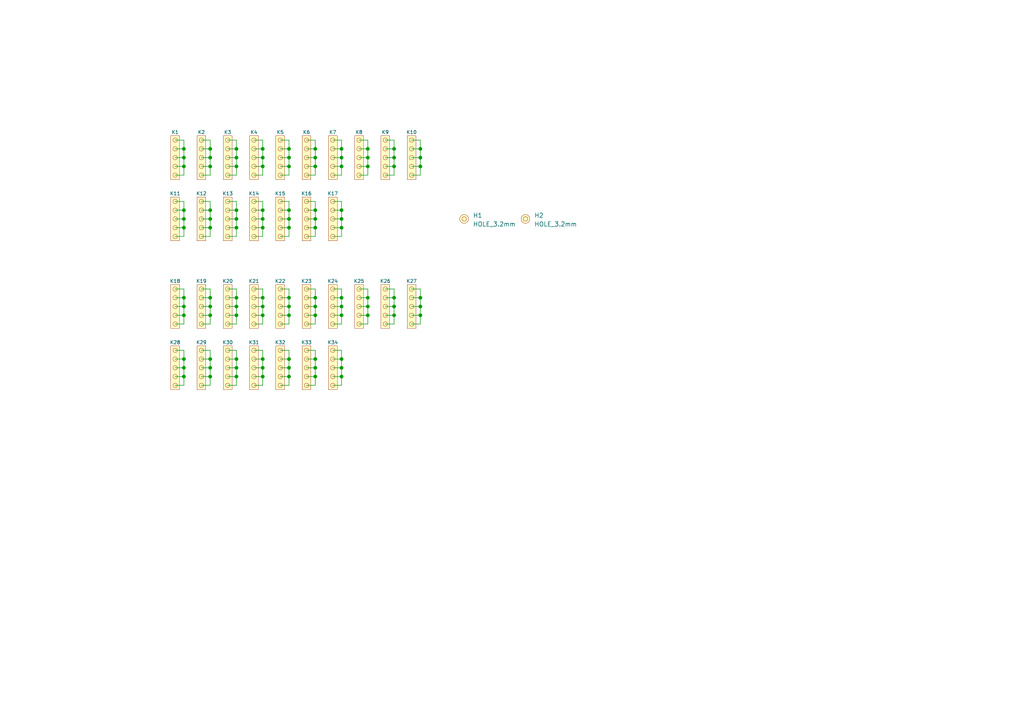
<source format=kicad_sch>
(kicad_sch (version 20210126) (generator eeschema)

  (paper "A4")

  (title_block
    (title "Sduino NOVA32 & LoRa ")
    (date "2021-04-07")
    (rev "v12")
    (comment 1 "101933")
  )

  (lib_symbols
    (symbol "e-radionica.com schematics:HEADER_MALE_5X1" (pin_numbers hide) (pin_names hide) (in_bom yes) (on_board yes)
      (property "Reference" "K" (id 0) (at -0.635 7.62 0)
        (effects (font (size 1 1)))
      )
      (property "Value" "HEADER_MALE_5X1" (id 1) (at 0.635 -7.62 0)
        (effects (font (size 1 1)))
      )
      (property "Footprint" "e-radionica.com footprinti:HEADER_MALE_5X1" (id 2) (at 0 0 0)
        (effects (font (size 1 1)) hide)
      )
      (property "Datasheet" "" (id 3) (at 0 0 0)
        (effects (font (size 1 1)) hide)
      )
      (symbol "HEADER_MALE_5X1_0_1"
        (circle (center 0 -5.08) (radius 0.635) (stroke (width 0.0006)) (fill (type none)))
        (circle (center 0 -2.54) (radius 0.635) (stroke (width 0.0006)) (fill (type none)))
        (circle (center 0 0) (radius 0.635) (stroke (width 0.0006)) (fill (type none)))
        (circle (center 0 2.54) (radius 0.635) (stroke (width 0.0006)) (fill (type none)))
        (circle (center 0 5.08) (radius 0.635) (stroke (width 0.0006)) (fill (type none)))
        (rectangle (start -1.27 6.35) (end 1.27 -6.35)
          (stroke (width 0.001)) (fill (type background))
        )
      )
      (symbol "HEADER_MALE_5X1_1_1"
        (pin passive line (at 0 -5.08 180) (length 0)
          (name "~" (effects (font (size 1 1))))
          (number "1" (effects (font (size 1 1))))
        )
        (pin passive line (at 0 -2.54 180) (length 0)
          (name "~" (effects (font (size 1 1))))
          (number "2" (effects (font (size 1 1))))
        )
        (pin passive line (at 0 0 180) (length 0)
          (name "~" (effects (font (size 1 1))))
          (number "3" (effects (font (size 1 1))))
        )
        (pin passive line (at 0 2.54 180) (length 0)
          (name "~" (effects (font (size 1 1))))
          (number "4" (effects (font (size 1 1))))
        )
        (pin passive line (at 0 5.08 180) (length 0)
          (name "~" (effects (font (size 0.991 0.991))))
          (number "5" (effects (font (size 0.991 0.991))))
        )
      )
    )
    (symbol "e-radionica.com schematics:HOLE_3.2mm" (pin_numbers hide) (pin_names hide) (in_bom yes) (on_board yes)
      (property "Reference" "H" (id 0) (at 0 2.54 0)
        (effects (font (size 1.27 1.27)))
      )
      (property "Value" "HOLE_3.2mm" (id 1) (at 0 -2.54 0)
        (effects (font (size 1.27 1.27)))
      )
      (property "Footprint" "e-radionica.com footprinti:HOLE_3.2mm" (id 2) (at 0 0 0)
        (effects (font (size 1.27 1.27)) hide)
      )
      (property "Datasheet" "" (id 3) (at 0 0 0)
        (effects (font (size 1.27 1.27)) hide)
      )
      (symbol "HOLE_3.2mm_0_1"
        (circle (center 0 0) (radius 1.27) (stroke (width 0.001)) (fill (type background)))
        (circle (center 0 0) (radius 0.635) (stroke (width 0.0006)) (fill (type none)))
      )
    )
  )

  (junction (at 53.34 43.18) (diameter 0.9144) (color 0 0 0 0))
  (junction (at 53.34 45.72) (diameter 0.9144) (color 0 0 0 0))
  (junction (at 53.34 48.26) (diameter 0.9144) (color 0 0 0 0))
  (junction (at 53.34 60.96) (diameter 0.9144) (color 0 0 0 0))
  (junction (at 53.34 63.5) (diameter 0.9144) (color 0 0 0 0))
  (junction (at 53.34 66.04) (diameter 0.9144) (color 0 0 0 0))
  (junction (at 53.34 86.36) (diameter 0.9144) (color 0 0 0 0))
  (junction (at 53.34 88.9) (diameter 0.9144) (color 0 0 0 0))
  (junction (at 53.34 91.44) (diameter 0.9144) (color 0 0 0 0))
  (junction (at 53.34 104.14) (diameter 0.9144) (color 0 0 0 0))
  (junction (at 53.34 106.68) (diameter 0.9144) (color 0 0 0 0))
  (junction (at 53.34 109.22) (diameter 0.9144) (color 0 0 0 0))
  (junction (at 60.96 43.18) (diameter 0.9144) (color 0 0 0 0))
  (junction (at 60.96 45.72) (diameter 0.9144) (color 0 0 0 0))
  (junction (at 60.96 48.26) (diameter 0.9144) (color 0 0 0 0))
  (junction (at 60.96 60.96) (diameter 0.9144) (color 0 0 0 0))
  (junction (at 60.96 63.5) (diameter 0.9144) (color 0 0 0 0))
  (junction (at 60.96 66.04) (diameter 0.9144) (color 0 0 0 0))
  (junction (at 60.96 86.36) (diameter 0.9144) (color 0 0 0 0))
  (junction (at 60.96 88.9) (diameter 0.9144) (color 0 0 0 0))
  (junction (at 60.96 91.44) (diameter 0.9144) (color 0 0 0 0))
  (junction (at 60.96 104.14) (diameter 0.9144) (color 0 0 0 0))
  (junction (at 60.96 106.68) (diameter 0.9144) (color 0 0 0 0))
  (junction (at 60.96 109.22) (diameter 0.9144) (color 0 0 0 0))
  (junction (at 68.58 43.18) (diameter 0.9144) (color 0 0 0 0))
  (junction (at 68.58 45.72) (diameter 0.9144) (color 0 0 0 0))
  (junction (at 68.58 48.26) (diameter 0.9144) (color 0 0 0 0))
  (junction (at 68.58 60.96) (diameter 0.9144) (color 0 0 0 0))
  (junction (at 68.58 63.5) (diameter 0.9144) (color 0 0 0 0))
  (junction (at 68.58 66.04) (diameter 0.9144) (color 0 0 0 0))
  (junction (at 68.58 86.36) (diameter 0.9144) (color 0 0 0 0))
  (junction (at 68.58 88.9) (diameter 0.9144) (color 0 0 0 0))
  (junction (at 68.58 91.44) (diameter 0.9144) (color 0 0 0 0))
  (junction (at 68.58 104.14) (diameter 0.9144) (color 0 0 0 0))
  (junction (at 68.58 106.68) (diameter 0.9144) (color 0 0 0 0))
  (junction (at 68.58 109.22) (diameter 0.9144) (color 0 0 0 0))
  (junction (at 76.2 43.18) (diameter 0.9144) (color 0 0 0 0))
  (junction (at 76.2 45.72) (diameter 0.9144) (color 0 0 0 0))
  (junction (at 76.2 48.26) (diameter 0.9144) (color 0 0 0 0))
  (junction (at 76.2 60.96) (diameter 0.9144) (color 0 0 0 0))
  (junction (at 76.2 63.5) (diameter 0.9144) (color 0 0 0 0))
  (junction (at 76.2 66.04) (diameter 0.9144) (color 0 0 0 0))
  (junction (at 76.2 86.36) (diameter 0.9144) (color 0 0 0 0))
  (junction (at 76.2 88.9) (diameter 0.9144) (color 0 0 0 0))
  (junction (at 76.2 91.44) (diameter 0.9144) (color 0 0 0 0))
  (junction (at 76.2 104.14) (diameter 0.9144) (color 0 0 0 0))
  (junction (at 76.2 106.68) (diameter 0.9144) (color 0 0 0 0))
  (junction (at 76.2 109.22) (diameter 0.9144) (color 0 0 0 0))
  (junction (at 83.82 43.18) (diameter 0.9144) (color 0 0 0 0))
  (junction (at 83.82 45.72) (diameter 0.9144) (color 0 0 0 0))
  (junction (at 83.82 48.26) (diameter 0.9144) (color 0 0 0 0))
  (junction (at 83.82 60.96) (diameter 0.9144) (color 0 0 0 0))
  (junction (at 83.82 63.5) (diameter 0.9144) (color 0 0 0 0))
  (junction (at 83.82 66.04) (diameter 0.9144) (color 0 0 0 0))
  (junction (at 83.82 86.36) (diameter 0.9144) (color 0 0 0 0))
  (junction (at 83.82 88.9) (diameter 0.9144) (color 0 0 0 0))
  (junction (at 83.82 91.44) (diameter 0.9144) (color 0 0 0 0))
  (junction (at 83.82 104.14) (diameter 0.9144) (color 0 0 0 0))
  (junction (at 83.82 106.68) (diameter 0.9144) (color 0 0 0 0))
  (junction (at 83.82 109.22) (diameter 0.9144) (color 0 0 0 0))
  (junction (at 91.44 43.18) (diameter 0.9144) (color 0 0 0 0))
  (junction (at 91.44 45.72) (diameter 0.9144) (color 0 0 0 0))
  (junction (at 91.44 48.26) (diameter 0.9144) (color 0 0 0 0))
  (junction (at 91.44 60.96) (diameter 0.9144) (color 0 0 0 0))
  (junction (at 91.44 63.5) (diameter 0.9144) (color 0 0 0 0))
  (junction (at 91.44 66.04) (diameter 0.9144) (color 0 0 0 0))
  (junction (at 91.44 86.36) (diameter 0.9144) (color 0 0 0 0))
  (junction (at 91.44 88.9) (diameter 0.9144) (color 0 0 0 0))
  (junction (at 91.44 91.44) (diameter 0.9144) (color 0 0 0 0))
  (junction (at 91.44 104.14) (diameter 0.9144) (color 0 0 0 0))
  (junction (at 91.44 106.68) (diameter 0.9144) (color 0 0 0 0))
  (junction (at 91.44 109.22) (diameter 0.9144) (color 0 0 0 0))
  (junction (at 99.06 43.18) (diameter 0.9144) (color 0 0 0 0))
  (junction (at 99.06 45.72) (diameter 0.9144) (color 0 0 0 0))
  (junction (at 99.06 48.26) (diameter 0.9144) (color 0 0 0 0))
  (junction (at 99.06 60.96) (diameter 0.9144) (color 0 0 0 0))
  (junction (at 99.06 63.5) (diameter 0.9144) (color 0 0 0 0))
  (junction (at 99.06 66.04) (diameter 0.9144) (color 0 0 0 0))
  (junction (at 99.06 86.36) (diameter 0.9144) (color 0 0 0 0))
  (junction (at 99.06 88.9) (diameter 0.9144) (color 0 0 0 0))
  (junction (at 99.06 91.44) (diameter 0.9144) (color 0 0 0 0))
  (junction (at 99.06 104.14) (diameter 0.9144) (color 0 0 0 0))
  (junction (at 99.06 106.68) (diameter 0.9144) (color 0 0 0 0))
  (junction (at 99.06 109.22) (diameter 0.9144) (color 0 0 0 0))
  (junction (at 106.68 43.18) (diameter 0.9144) (color 0 0 0 0))
  (junction (at 106.68 45.72) (diameter 0.9144) (color 0 0 0 0))
  (junction (at 106.68 48.26) (diameter 0.9144) (color 0 0 0 0))
  (junction (at 106.68 86.36) (diameter 0.9144) (color 0 0 0 0))
  (junction (at 106.68 88.9) (diameter 0.9144) (color 0 0 0 0))
  (junction (at 106.68 91.44) (diameter 0.9144) (color 0 0 0 0))
  (junction (at 114.3 43.18) (diameter 0.9144) (color 0 0 0 0))
  (junction (at 114.3 45.72) (diameter 0.9144) (color 0 0 0 0))
  (junction (at 114.3 48.26) (diameter 0.9144) (color 0 0 0 0))
  (junction (at 114.3 86.36) (diameter 0.9144) (color 0 0 0 0))
  (junction (at 114.3 88.9) (diameter 0.9144) (color 0 0 0 0))
  (junction (at 114.3 91.44) (diameter 0.9144) (color 0 0 0 0))
  (junction (at 121.92 43.18) (diameter 0.9144) (color 0 0 0 0))
  (junction (at 121.92 45.72) (diameter 0.9144) (color 0 0 0 0))
  (junction (at 121.92 48.26) (diameter 0.9144) (color 0 0 0 0))
  (junction (at 121.92 86.36) (diameter 0.9144) (color 0 0 0 0))
  (junction (at 121.92 88.9) (diameter 0.9144) (color 0 0 0 0))
  (junction (at 121.92 91.44) (diameter 0.9144) (color 0 0 0 0))

  (wire (pts (xy 50.8 40.64) (xy 53.34 40.64))
    (stroke (width 0) (type solid) (color 0 0 0 0))
    (uuid 7ba07271-149d-4df5-b303-0d1b209561b6)
  )
  (wire (pts (xy 50.8 43.18) (xy 53.34 43.18))
    (stroke (width 0) (type solid) (color 0 0 0 0))
    (uuid 07d4e006-4547-41b7-9de9-4e926a7ebd21)
  )
  (wire (pts (xy 50.8 48.26) (xy 53.34 48.26))
    (stroke (width 0) (type solid) (color 0 0 0 0))
    (uuid 3f9c02f3-16db-4866-be72-a5c82d194c19)
  )
  (wire (pts (xy 50.8 50.8) (xy 53.34 50.8))
    (stroke (width 0) (type solid) (color 0 0 0 0))
    (uuid 4d016738-1f8c-43fa-8c4a-8a249e7df27c)
  )
  (wire (pts (xy 50.8 58.42) (xy 53.34 58.42))
    (stroke (width 0) (type solid) (color 0 0 0 0))
    (uuid 9316c7aa-38a3-408d-aa4b-82c654d4e435)
  )
  (wire (pts (xy 50.8 60.96) (xy 53.34 60.96))
    (stroke (width 0) (type solid) (color 0 0 0 0))
    (uuid 708aeb42-3339-4c21-991b-41a87b1d3152)
  )
  (wire (pts (xy 50.8 66.04) (xy 53.34 66.04))
    (stroke (width 0) (type solid) (color 0 0 0 0))
    (uuid 0f17099e-b61e-4166-b2f5-bee31d0c5ff5)
  )
  (wire (pts (xy 50.8 68.58) (xy 53.34 68.58))
    (stroke (width 0) (type solid) (color 0 0 0 0))
    (uuid ea0f979f-1d33-44dc-bd95-391ef3715cdf)
  )
  (wire (pts (xy 50.8 83.82) (xy 53.34 83.82))
    (stroke (width 0) (type solid) (color 0 0 0 0))
    (uuid f3382de1-e971-4f7a-9751-59e8ef266e2c)
  )
  (wire (pts (xy 50.8 86.36) (xy 53.34 86.36))
    (stroke (width 0) (type solid) (color 0 0 0 0))
    (uuid 1d934124-26a2-4069-be12-78c9d228b3a3)
  )
  (wire (pts (xy 50.8 91.44) (xy 53.34 91.44))
    (stroke (width 0) (type solid) (color 0 0 0 0))
    (uuid 63cadd77-671b-4615-98f5-13f64508f592)
  )
  (wire (pts (xy 50.8 93.98) (xy 53.34 93.98))
    (stroke (width 0) (type solid) (color 0 0 0 0))
    (uuid bc5ba5d4-67c8-4061-9190-066c41a03b7b)
  )
  (wire (pts (xy 50.8 101.6) (xy 53.34 101.6))
    (stroke (width 0) (type solid) (color 0 0 0 0))
    (uuid b5d43762-8891-4042-ac88-b1647fcc9b2d)
  )
  (wire (pts (xy 50.8 104.14) (xy 53.34 104.14))
    (stroke (width 0) (type solid) (color 0 0 0 0))
    (uuid 0f1b3473-b945-4968-9a52-b6d25a961033)
  )
  (wire (pts (xy 50.8 109.22) (xy 53.34 109.22))
    (stroke (width 0) (type solid) (color 0 0 0 0))
    (uuid 879de556-e339-4122-a6a2-25ee82964d58)
  )
  (wire (pts (xy 50.8 111.76) (xy 53.34 111.76))
    (stroke (width 0) (type solid) (color 0 0 0 0))
    (uuid a968ef5b-b50c-4556-8d6e-7958056ebebc)
  )
  (wire (pts (xy 53.34 40.64) (xy 53.34 43.18))
    (stroke (width 0) (type solid) (color 0 0 0 0))
    (uuid 7ba07271-149d-4df5-b303-0d1b209561b6)
  )
  (wire (pts (xy 53.34 43.18) (xy 53.34 45.72))
    (stroke (width 0) (type solid) (color 0 0 0 0))
    (uuid 07d4e006-4547-41b7-9de9-4e926a7ebd21)
  )
  (wire (pts (xy 53.34 45.72) (xy 50.8 45.72))
    (stroke (width 0) (type solid) (color 0 0 0 0))
    (uuid 3f9c02f3-16db-4866-be72-a5c82d194c19)
  )
  (wire (pts (xy 53.34 48.26) (xy 53.34 45.72))
    (stroke (width 0) (type solid) (color 0 0 0 0))
    (uuid 3f9c02f3-16db-4866-be72-a5c82d194c19)
  )
  (wire (pts (xy 53.34 50.8) (xy 53.34 48.26))
    (stroke (width 0) (type solid) (color 0 0 0 0))
    (uuid 4d016738-1f8c-43fa-8c4a-8a249e7df27c)
  )
  (wire (pts (xy 53.34 58.42) (xy 53.34 60.96))
    (stroke (width 0) (type solid) (color 0 0 0 0))
    (uuid 47e7c23d-644e-4f99-a6a1-a4ff0de4fb7f)
  )
  (wire (pts (xy 53.34 60.96) (xy 53.34 63.5))
    (stroke (width 0) (type solid) (color 0 0 0 0))
    (uuid ff3f4187-fcfa-4b82-9a96-126c50a4a692)
  )
  (wire (pts (xy 53.34 63.5) (xy 50.8 63.5))
    (stroke (width 0) (type solid) (color 0 0 0 0))
    (uuid 7bd8555d-49ca-4d0e-9486-bb01df1d10fa)
  )
  (wire (pts (xy 53.34 66.04) (xy 53.34 63.5))
    (stroke (width 0) (type solid) (color 0 0 0 0))
    (uuid e4a507b4-3df7-4483-a9bc-ef110f940fdb)
  )
  (wire (pts (xy 53.34 68.58) (xy 53.34 66.04))
    (stroke (width 0) (type solid) (color 0 0 0 0))
    (uuid 769a6ee1-a632-4151-b118-79288fba93d9)
  )
  (wire (pts (xy 53.34 83.82) (xy 53.34 86.36))
    (stroke (width 0) (type solid) (color 0 0 0 0))
    (uuid c69b623f-0857-484e-8d70-2f2c111c9747)
  )
  (wire (pts (xy 53.34 86.36) (xy 53.34 88.9))
    (stroke (width 0) (type solid) (color 0 0 0 0))
    (uuid ab24eb73-86ac-482a-aa78-603e1e85c0b7)
  )
  (wire (pts (xy 53.34 88.9) (xy 50.8 88.9))
    (stroke (width 0) (type solid) (color 0 0 0 0))
    (uuid a7637378-0475-4015-9775-66fa21fef253)
  )
  (wire (pts (xy 53.34 91.44) (xy 53.34 88.9))
    (stroke (width 0) (type solid) (color 0 0 0 0))
    (uuid f578227e-7928-4dee-acdc-edb2c2d4d529)
  )
  (wire (pts (xy 53.34 93.98) (xy 53.34 91.44))
    (stroke (width 0) (type solid) (color 0 0 0 0))
    (uuid 9f17c145-d319-453e-ada0-84c1879bf66c)
  )
  (wire (pts (xy 53.34 101.6) (xy 53.34 104.14))
    (stroke (width 0) (type solid) (color 0 0 0 0))
    (uuid 14960dd8-76bb-49ec-8d90-687afcee839a)
  )
  (wire (pts (xy 53.34 104.14) (xy 53.34 106.68))
    (stroke (width 0) (type solid) (color 0 0 0 0))
    (uuid 737cb56f-5c60-4a11-b944-7b65bfe91080)
  )
  (wire (pts (xy 53.34 106.68) (xy 50.8 106.68))
    (stroke (width 0) (type solid) (color 0 0 0 0))
    (uuid 4a8cb0b9-45af-4a64-bafb-e442356f2cc9)
  )
  (wire (pts (xy 53.34 109.22) (xy 53.34 106.68))
    (stroke (width 0) (type solid) (color 0 0 0 0))
    (uuid 72815c3a-bb99-4f0e-8d6c-33feb310b299)
  )
  (wire (pts (xy 53.34 111.76) (xy 53.34 109.22))
    (stroke (width 0) (type solid) (color 0 0 0 0))
    (uuid 7cde811a-a034-4065-800e-ad1d31ec3ec4)
  )
  (wire (pts (xy 58.42 40.64) (xy 60.96 40.64))
    (stroke (width 0) (type solid) (color 0 0 0 0))
    (uuid 5fa739bf-b094-4690-b3e8-793bf770fe82)
  )
  (wire (pts (xy 58.42 43.18) (xy 60.96 43.18))
    (stroke (width 0) (type solid) (color 0 0 0 0))
    (uuid 2f7bd86a-677d-47e2-a4d3-ede85b2d6c83)
  )
  (wire (pts (xy 58.42 48.26) (xy 60.96 48.26))
    (stroke (width 0) (type solid) (color 0 0 0 0))
    (uuid bcadb140-882c-43d1-9662-31d1d705919c)
  )
  (wire (pts (xy 58.42 50.8) (xy 60.96 50.8))
    (stroke (width 0) (type solid) (color 0 0 0 0))
    (uuid df0fefce-8298-4d70-90ac-3bc86035a74d)
  )
  (wire (pts (xy 58.42 58.42) (xy 60.96 58.42))
    (stroke (width 0) (type solid) (color 0 0 0 0))
    (uuid d93d82a9-1b0a-489a-a778-c89031e69cdc)
  )
  (wire (pts (xy 58.42 60.96) (xy 60.96 60.96))
    (stroke (width 0) (type solid) (color 0 0 0 0))
    (uuid 41434957-0143-4639-a923-091a882b4ef8)
  )
  (wire (pts (xy 58.42 66.04) (xy 60.96 66.04))
    (stroke (width 0) (type solid) (color 0 0 0 0))
    (uuid b5ee4eed-a829-43ca-8e14-082968b68f98)
  )
  (wire (pts (xy 58.42 68.58) (xy 60.96 68.58))
    (stroke (width 0) (type solid) (color 0 0 0 0))
    (uuid 68b3f8d0-1edc-4d43-8b58-73488b2527a4)
  )
  (wire (pts (xy 58.42 83.82) (xy 60.96 83.82))
    (stroke (width 0) (type solid) (color 0 0 0 0))
    (uuid b9e36988-6927-49be-866f-c2a03eadeceb)
  )
  (wire (pts (xy 58.42 86.36) (xy 60.96 86.36))
    (stroke (width 0) (type solid) (color 0 0 0 0))
    (uuid 69cb643c-cf46-4d1d-a607-34ac7da8d002)
  )
  (wire (pts (xy 58.42 91.44) (xy 60.96 91.44))
    (stroke (width 0) (type solid) (color 0 0 0 0))
    (uuid 55c0facc-96b8-449a-95a8-a8c1a4c070c3)
  )
  (wire (pts (xy 58.42 93.98) (xy 60.96 93.98))
    (stroke (width 0) (type solid) (color 0 0 0 0))
    (uuid 7b9f2c3c-d743-4125-9074-da9bfc7ab74a)
  )
  (wire (pts (xy 58.42 101.6) (xy 60.96 101.6))
    (stroke (width 0) (type solid) (color 0 0 0 0))
    (uuid 5eae4cd7-78c4-449b-a371-3e9d92722270)
  )
  (wire (pts (xy 58.42 104.14) (xy 60.96 104.14))
    (stroke (width 0) (type solid) (color 0 0 0 0))
    (uuid 285613b4-53ae-42fd-8c2a-540fe96eea3a)
  )
  (wire (pts (xy 58.42 109.22) (xy 60.96 109.22))
    (stroke (width 0) (type solid) (color 0 0 0 0))
    (uuid 8228ceaf-1c30-486b-baac-288e0ed733c2)
  )
  (wire (pts (xy 58.42 111.76) (xy 60.96 111.76))
    (stroke (width 0) (type solid) (color 0 0 0 0))
    (uuid 27a2be0e-28ff-4427-9e33-16ef54c64f5f)
  )
  (wire (pts (xy 60.96 40.64) (xy 60.96 43.18))
    (stroke (width 0) (type solid) (color 0 0 0 0))
    (uuid bcefaaca-b547-4f62-9fa4-11380e07dfe6)
  )
  (wire (pts (xy 60.96 43.18) (xy 60.96 45.72))
    (stroke (width 0) (type solid) (color 0 0 0 0))
    (uuid b7634653-885f-40f6-a5ff-cb69de2af1ab)
  )
  (wire (pts (xy 60.96 45.72) (xy 58.42 45.72))
    (stroke (width 0) (type solid) (color 0 0 0 0))
    (uuid e778ebbc-9080-4ca8-b760-27c7c825dd1c)
  )
  (wire (pts (xy 60.96 48.26) (xy 60.96 45.72))
    (stroke (width 0) (type solid) (color 0 0 0 0))
    (uuid 25f16798-95d5-44c5-af78-7e940348453a)
  )
  (wire (pts (xy 60.96 50.8) (xy 60.96 48.26))
    (stroke (width 0) (type solid) (color 0 0 0 0))
    (uuid d7a7babb-0746-44c3-81b6-c54dc19698dd)
  )
  (wire (pts (xy 60.96 58.42) (xy 60.96 60.96))
    (stroke (width 0) (type solid) (color 0 0 0 0))
    (uuid 9d281a89-49eb-476a-a7b0-b6440c3e579a)
  )
  (wire (pts (xy 60.96 60.96) (xy 60.96 63.5))
    (stroke (width 0) (type solid) (color 0 0 0 0))
    (uuid 960dbebc-614b-4117-a53d-8a282efab2bc)
  )
  (wire (pts (xy 60.96 63.5) (xy 58.42 63.5))
    (stroke (width 0) (type solid) (color 0 0 0 0))
    (uuid 55893ed0-f2a8-4fad-b041-f609e0f44ded)
  )
  (wire (pts (xy 60.96 66.04) (xy 60.96 63.5))
    (stroke (width 0) (type solid) (color 0 0 0 0))
    (uuid 2078e5e6-f5bd-43c6-8dde-e664a668605d)
  )
  (wire (pts (xy 60.96 68.58) (xy 60.96 66.04))
    (stroke (width 0) (type solid) (color 0 0 0 0))
    (uuid 716eaa38-4a93-4583-a773-a99ffac53966)
  )
  (wire (pts (xy 60.96 83.82) (xy 60.96 86.36))
    (stroke (width 0) (type solid) (color 0 0 0 0))
    (uuid 396dbce0-4e8b-4072-96f2-5e1cdf71217a)
  )
  (wire (pts (xy 60.96 86.36) (xy 60.96 88.9))
    (stroke (width 0) (type solid) (color 0 0 0 0))
    (uuid 76d12cba-c087-4752-92b8-477f5882a113)
  )
  (wire (pts (xy 60.96 88.9) (xy 58.42 88.9))
    (stroke (width 0) (type solid) (color 0 0 0 0))
    (uuid dc34871a-d294-4797-89ce-6d00af94941f)
  )
  (wire (pts (xy 60.96 91.44) (xy 60.96 88.9))
    (stroke (width 0) (type solid) (color 0 0 0 0))
    (uuid a2383a5f-d35d-4a47-bacc-947673078d87)
  )
  (wire (pts (xy 60.96 93.98) (xy 60.96 91.44))
    (stroke (width 0) (type solid) (color 0 0 0 0))
    (uuid ee2ac10d-c80d-4f05-8081-fd238b13d7c0)
  )
  (wire (pts (xy 60.96 101.6) (xy 60.96 104.14))
    (stroke (width 0) (type solid) (color 0 0 0 0))
    (uuid 4ddf7d8d-2a95-44e4-ab1f-acc8fed558da)
  )
  (wire (pts (xy 60.96 104.14) (xy 60.96 106.68))
    (stroke (width 0) (type solid) (color 0 0 0 0))
    (uuid 0c25f02f-7783-47a1-8029-624cf80f9e9f)
  )
  (wire (pts (xy 60.96 106.68) (xy 58.42 106.68))
    (stroke (width 0) (type solid) (color 0 0 0 0))
    (uuid 757fa745-73a2-4710-ada4-a76a7199cf39)
  )
  (wire (pts (xy 60.96 109.22) (xy 60.96 106.68))
    (stroke (width 0) (type solid) (color 0 0 0 0))
    (uuid 87808891-8ed6-4524-ace9-66c097e4e2b5)
  )
  (wire (pts (xy 60.96 111.76) (xy 60.96 109.22))
    (stroke (width 0) (type solid) (color 0 0 0 0))
    (uuid c29e8123-317c-4316-872a-916a853c2994)
  )
  (wire (pts (xy 66.04 40.64) (xy 68.58 40.64))
    (stroke (width 0) (type solid) (color 0 0 0 0))
    (uuid 641002c3-0230-44c8-93e0-fd2487d4f4bf)
  )
  (wire (pts (xy 66.04 43.18) (xy 68.58 43.18))
    (stroke (width 0) (type solid) (color 0 0 0 0))
    (uuid 1d1cab86-e38b-4618-9e31-f88ba4a977bb)
  )
  (wire (pts (xy 66.04 48.26) (xy 68.58 48.26))
    (stroke (width 0) (type solid) (color 0 0 0 0))
    (uuid 7729f983-5f8a-455d-84d7-51cb6c315a94)
  )
  (wire (pts (xy 66.04 50.8) (xy 68.58 50.8))
    (stroke (width 0) (type solid) (color 0 0 0 0))
    (uuid f611496e-15a0-4ee2-8a0c-f82ff8be504b)
  )
  (wire (pts (xy 66.04 58.42) (xy 68.58 58.42))
    (stroke (width 0) (type solid) (color 0 0 0 0))
    (uuid 737d5e57-24a1-4a03-aa26-93456c175fa4)
  )
  (wire (pts (xy 66.04 60.96) (xy 68.58 60.96))
    (stroke (width 0) (type solid) (color 0 0 0 0))
    (uuid 8f54a0e6-31e6-4c8c-8539-6d0a744db70b)
  )
  (wire (pts (xy 66.04 66.04) (xy 68.58 66.04))
    (stroke (width 0) (type solid) (color 0 0 0 0))
    (uuid c0ff2641-a0d5-436b-ae9e-bac1dbc140d0)
  )
  (wire (pts (xy 66.04 68.58) (xy 68.58 68.58))
    (stroke (width 0) (type solid) (color 0 0 0 0))
    (uuid ab205780-24f1-4a5e-925c-0cbfc2b50d33)
  )
  (wire (pts (xy 66.04 83.82) (xy 68.58 83.82))
    (stroke (width 0) (type solid) (color 0 0 0 0))
    (uuid 30abb8e2-6c11-49b2-8a4c-a41b1aba04c2)
  )
  (wire (pts (xy 66.04 86.36) (xy 68.58 86.36))
    (stroke (width 0) (type solid) (color 0 0 0 0))
    (uuid 952ba743-c596-4fba-8123-19c3fb49a766)
  )
  (wire (pts (xy 66.04 91.44) (xy 68.58 91.44))
    (stroke (width 0) (type solid) (color 0 0 0 0))
    (uuid d072a671-5172-46bf-945b-6a2d47f5ffac)
  )
  (wire (pts (xy 66.04 93.98) (xy 68.58 93.98))
    (stroke (width 0) (type solid) (color 0 0 0 0))
    (uuid 077e5e3c-4606-4c15-ac36-2ddfa7906dd7)
  )
  (wire (pts (xy 66.04 101.6) (xy 68.58 101.6))
    (stroke (width 0) (type solid) (color 0 0 0 0))
    (uuid e640a9c6-2f40-4cfd-aa5a-33bbe6a2a817)
  )
  (wire (pts (xy 66.04 104.14) (xy 68.58 104.14))
    (stroke (width 0) (type solid) (color 0 0 0 0))
    (uuid 05a7454e-b5d3-40a7-a298-05e57f832840)
  )
  (wire (pts (xy 66.04 109.22) (xy 68.58 109.22))
    (stroke (width 0) (type solid) (color 0 0 0 0))
    (uuid 9af438f3-eb2e-43c4-84b5-6d9f716223f7)
  )
  (wire (pts (xy 66.04 111.76) (xy 68.58 111.76))
    (stroke (width 0) (type solid) (color 0 0 0 0))
    (uuid 645c466a-828d-42be-8665-dc947f551332)
  )
  (wire (pts (xy 68.58 40.64) (xy 68.58 43.18))
    (stroke (width 0) (type solid) (color 0 0 0 0))
    (uuid 254639c0-3c49-4b5e-bffb-a75056bdcc91)
  )
  (wire (pts (xy 68.58 43.18) (xy 68.58 45.72))
    (stroke (width 0) (type solid) (color 0 0 0 0))
    (uuid 583a4d85-45dd-4f08-868b-f242e76a4343)
  )
  (wire (pts (xy 68.58 45.72) (xy 66.04 45.72))
    (stroke (width 0) (type solid) (color 0 0 0 0))
    (uuid 51420fe3-940f-4cfc-966e-0acd56c6d3a7)
  )
  (wire (pts (xy 68.58 48.26) (xy 68.58 45.72))
    (stroke (width 0) (type solid) (color 0 0 0 0))
    (uuid 079c7592-8317-41ae-bcc0-5f8e6b3242a4)
  )
  (wire (pts (xy 68.58 50.8) (xy 68.58 48.26))
    (stroke (width 0) (type solid) (color 0 0 0 0))
    (uuid d527f1a7-af79-416b-9b58-e624db1f7c3c)
  )
  (wire (pts (xy 68.58 58.42) (xy 68.58 60.96))
    (stroke (width 0) (type solid) (color 0 0 0 0))
    (uuid 66620d20-8778-4b3d-8028-4598e348c112)
  )
  (wire (pts (xy 68.58 60.96) (xy 68.58 63.5))
    (stroke (width 0) (type solid) (color 0 0 0 0))
    (uuid 1da2c6b9-bf1f-40be-96a6-5584a561b620)
  )
  (wire (pts (xy 68.58 63.5) (xy 66.04 63.5))
    (stroke (width 0) (type solid) (color 0 0 0 0))
    (uuid 7188301e-9a9d-4a0d-bb53-3c1f2be2188e)
  )
  (wire (pts (xy 68.58 66.04) (xy 68.58 63.5))
    (stroke (width 0) (type solid) (color 0 0 0 0))
    (uuid a516f050-4947-42e5-9d60-09d7d18bdef0)
  )
  (wire (pts (xy 68.58 68.58) (xy 68.58 66.04))
    (stroke (width 0) (type solid) (color 0 0 0 0))
    (uuid 3bded54d-a0a7-4081-a140-2c936f41fcf2)
  )
  (wire (pts (xy 68.58 83.82) (xy 68.58 86.36))
    (stroke (width 0) (type solid) (color 0 0 0 0))
    (uuid 583ddf43-3e6f-4459-a97f-d6c72cafc804)
  )
  (wire (pts (xy 68.58 86.36) (xy 68.58 88.9))
    (stroke (width 0) (type solid) (color 0 0 0 0))
    (uuid 5aa2fa61-1cf9-4f89-adc3-12e652197781)
  )
  (wire (pts (xy 68.58 88.9) (xy 66.04 88.9))
    (stroke (width 0) (type solid) (color 0 0 0 0))
    (uuid 334f573a-da63-49b2-a035-8b213a13f801)
  )
  (wire (pts (xy 68.58 91.44) (xy 68.58 88.9))
    (stroke (width 0) (type solid) (color 0 0 0 0))
    (uuid 1f3229dc-54c2-45a6-9697-46314e0c106d)
  )
  (wire (pts (xy 68.58 93.98) (xy 68.58 91.44))
    (stroke (width 0) (type solid) (color 0 0 0 0))
    (uuid feb62c04-50c0-4e92-b3e2-3fec1a9175c0)
  )
  (wire (pts (xy 68.58 101.6) (xy 68.58 104.14))
    (stroke (width 0) (type solid) (color 0 0 0 0))
    (uuid ae78680e-bb50-4f11-be46-82a3d736398e)
  )
  (wire (pts (xy 68.58 104.14) (xy 68.58 106.68))
    (stroke (width 0) (type solid) (color 0 0 0 0))
    (uuid 9ac22b3a-dac1-4df1-b291-90a9617573ff)
  )
  (wire (pts (xy 68.58 106.68) (xy 66.04 106.68))
    (stroke (width 0) (type solid) (color 0 0 0 0))
    (uuid e2c30702-ae6a-4abf-89f8-e49e82737dd5)
  )
  (wire (pts (xy 68.58 109.22) (xy 68.58 106.68))
    (stroke (width 0) (type solid) (color 0 0 0 0))
    (uuid 6f1ffb04-880a-4495-9b9e-2d14668bc727)
  )
  (wire (pts (xy 68.58 111.76) (xy 68.58 109.22))
    (stroke (width 0) (type solid) (color 0 0 0 0))
    (uuid b196aaee-d350-4494-9d0e-c8786506d7bc)
  )
  (wire (pts (xy 73.66 40.64) (xy 76.2 40.64))
    (stroke (width 0) (type solid) (color 0 0 0 0))
    (uuid 9ff1fc5b-7143-4b33-a9c5-6a80e3f1b8ec)
  )
  (wire (pts (xy 73.66 43.18) (xy 76.2 43.18))
    (stroke (width 0) (type solid) (color 0 0 0 0))
    (uuid 61394e9c-54f3-44c8-a44a-ca5c7706fb8d)
  )
  (wire (pts (xy 73.66 48.26) (xy 76.2 48.26))
    (stroke (width 0) (type solid) (color 0 0 0 0))
    (uuid 6ed4630b-939a-49e9-8575-9035a5486c24)
  )
  (wire (pts (xy 73.66 50.8) (xy 76.2 50.8))
    (stroke (width 0) (type solid) (color 0 0 0 0))
    (uuid 73a4a0ef-46cf-4dd6-b448-ccd50918d4ec)
  )
  (wire (pts (xy 73.66 58.42) (xy 76.2 58.42))
    (stroke (width 0) (type solid) (color 0 0 0 0))
    (uuid 1ca58d57-aa73-43d4-a989-d3608811a9d5)
  )
  (wire (pts (xy 73.66 60.96) (xy 76.2 60.96))
    (stroke (width 0) (type solid) (color 0 0 0 0))
    (uuid dc3a9ccc-cc7f-40e9-8c12-0a8fc1b2aabf)
  )
  (wire (pts (xy 73.66 66.04) (xy 76.2 66.04))
    (stroke (width 0) (type solid) (color 0 0 0 0))
    (uuid aaf53618-9f14-47dc-bfcb-6518edee863f)
  )
  (wire (pts (xy 73.66 68.58) (xy 76.2 68.58))
    (stroke (width 0) (type solid) (color 0 0 0 0))
    (uuid 35b22ceb-28d3-4066-a644-1d6f578405d2)
  )
  (wire (pts (xy 73.66 83.82) (xy 76.2 83.82))
    (stroke (width 0) (type solid) (color 0 0 0 0))
    (uuid 49cb382a-9c19-4818-8f3c-f6a8d0a3fd3c)
  )
  (wire (pts (xy 73.66 86.36) (xy 76.2 86.36))
    (stroke (width 0) (type solid) (color 0 0 0 0))
    (uuid 37fa1eb1-be28-4f9d-8da1-1a5e7988aaf9)
  )
  (wire (pts (xy 73.66 91.44) (xy 76.2 91.44))
    (stroke (width 0) (type solid) (color 0 0 0 0))
    (uuid 0bdcc0ae-9872-4f36-9e09-6d250852dad1)
  )
  (wire (pts (xy 73.66 93.98) (xy 76.2 93.98))
    (stroke (width 0) (type solid) (color 0 0 0 0))
    (uuid de5c3600-c335-4b2a-922e-c6e99a7c7213)
  )
  (wire (pts (xy 73.66 101.6) (xy 76.2 101.6))
    (stroke (width 0) (type solid) (color 0 0 0 0))
    (uuid 7f5404a6-f654-4633-b06f-69ca5d677ea0)
  )
  (wire (pts (xy 73.66 104.14) (xy 76.2 104.14))
    (stroke (width 0) (type solid) (color 0 0 0 0))
    (uuid 3db8a862-7af2-459e-8f93-aa66f1ac52a3)
  )
  (wire (pts (xy 73.66 109.22) (xy 76.2 109.22))
    (stroke (width 0) (type solid) (color 0 0 0 0))
    (uuid fd937198-3b1c-4b71-8f03-dda6f247d637)
  )
  (wire (pts (xy 73.66 111.76) (xy 76.2 111.76))
    (stroke (width 0) (type solid) (color 0 0 0 0))
    (uuid eea64570-86f5-4869-b67f-3533d7c54175)
  )
  (wire (pts (xy 76.2 40.64) (xy 76.2 43.18))
    (stroke (width 0) (type solid) (color 0 0 0 0))
    (uuid b4aff218-4f34-4ea2-bff3-ecdfaed4c8d6)
  )
  (wire (pts (xy 76.2 43.18) (xy 76.2 45.72))
    (stroke (width 0) (type solid) (color 0 0 0 0))
    (uuid 67c8b0dc-07af-4207-ba78-22cfff19bfb0)
  )
  (wire (pts (xy 76.2 45.72) (xy 73.66 45.72))
    (stroke (width 0) (type solid) (color 0 0 0 0))
    (uuid 38b02e1f-9cff-48b6-9897-8e4ffca94adf)
  )
  (wire (pts (xy 76.2 48.26) (xy 76.2 45.72))
    (stroke (width 0) (type solid) (color 0 0 0 0))
    (uuid 429b6c3d-4e18-4bae-ad9d-660a133d2c8e)
  )
  (wire (pts (xy 76.2 50.8) (xy 76.2 48.26))
    (stroke (width 0) (type solid) (color 0 0 0 0))
    (uuid b34055cf-421d-4c7a-92f3-f60c963b5a53)
  )
  (wire (pts (xy 76.2 58.42) (xy 76.2 60.96))
    (stroke (width 0) (type solid) (color 0 0 0 0))
    (uuid 2f54f3d6-14b1-46e5-a1a6-26c10efbb759)
  )
  (wire (pts (xy 76.2 60.96) (xy 76.2 63.5))
    (stroke (width 0) (type solid) (color 0 0 0 0))
    (uuid 0c43550d-f55b-4b54-84bd-6b83d13a399e)
  )
  (wire (pts (xy 76.2 63.5) (xy 73.66 63.5))
    (stroke (width 0) (type solid) (color 0 0 0 0))
    (uuid 50145eb3-a9c4-4bfa-991b-92d3b55ab7c7)
  )
  (wire (pts (xy 76.2 66.04) (xy 76.2 63.5))
    (stroke (width 0) (type solid) (color 0 0 0 0))
    (uuid bf433941-5fa1-43dc-9ea4-bd9d93626a95)
  )
  (wire (pts (xy 76.2 68.58) (xy 76.2 66.04))
    (stroke (width 0) (type solid) (color 0 0 0 0))
    (uuid 138fe84f-1d85-4716-88b4-561a705bd8cf)
  )
  (wire (pts (xy 76.2 83.82) (xy 76.2 86.36))
    (stroke (width 0) (type solid) (color 0 0 0 0))
    (uuid bc42f50c-bf97-4793-88e4-8c5e45d0cb1b)
  )
  (wire (pts (xy 76.2 86.36) (xy 76.2 88.9))
    (stroke (width 0) (type solid) (color 0 0 0 0))
    (uuid 8ad1f01d-f721-4c23-b4f6-d1f876c59d01)
  )
  (wire (pts (xy 76.2 88.9) (xy 73.66 88.9))
    (stroke (width 0) (type solid) (color 0 0 0 0))
    (uuid fbc44549-6078-48a1-af6f-375a94f5233c)
  )
  (wire (pts (xy 76.2 91.44) (xy 76.2 88.9))
    (stroke (width 0) (type solid) (color 0 0 0 0))
    (uuid 64c2ebf1-300e-4ace-ac0a-4bf94e1c1ebf)
  )
  (wire (pts (xy 76.2 93.98) (xy 76.2 91.44))
    (stroke (width 0) (type solid) (color 0 0 0 0))
    (uuid d0739a58-0d1c-4001-b196-9aacbe110771)
  )
  (wire (pts (xy 76.2 101.6) (xy 76.2 104.14))
    (stroke (width 0) (type solid) (color 0 0 0 0))
    (uuid bc0663b5-8b4b-4690-922a-bbf1c696f669)
  )
  (wire (pts (xy 76.2 104.14) (xy 76.2 106.68))
    (stroke (width 0) (type solid) (color 0 0 0 0))
    (uuid 30321ea2-1ab4-4e06-bb82-aa2afdcc6181)
  )
  (wire (pts (xy 76.2 106.68) (xy 73.66 106.68))
    (stroke (width 0) (type solid) (color 0 0 0 0))
    (uuid f91fbdfa-3562-40c9-ae46-1685ae7364d1)
  )
  (wire (pts (xy 76.2 109.22) (xy 76.2 106.68))
    (stroke (width 0) (type solid) (color 0 0 0 0))
    (uuid 6c9384f9-634e-42ed-b2f1-b3125e2e54c5)
  )
  (wire (pts (xy 76.2 111.76) (xy 76.2 109.22))
    (stroke (width 0) (type solid) (color 0 0 0 0))
    (uuid cc13628b-a370-48dd-b2f7-1442db8cdd44)
  )
  (wire (pts (xy 81.28 40.64) (xy 83.82 40.64))
    (stroke (width 0) (type solid) (color 0 0 0 0))
    (uuid df29358d-6f21-420d-abc8-41b3fc3c65a3)
  )
  (wire (pts (xy 81.28 43.18) (xy 83.82 43.18))
    (stroke (width 0) (type solid) (color 0 0 0 0))
    (uuid 9e61383f-b46c-49a3-90fc-611f185925b3)
  )
  (wire (pts (xy 81.28 48.26) (xy 83.82 48.26))
    (stroke (width 0) (type solid) (color 0 0 0 0))
    (uuid bce33524-5252-4e8f-82f6-74e775ee6b41)
  )
  (wire (pts (xy 81.28 50.8) (xy 83.82 50.8))
    (stroke (width 0) (type solid) (color 0 0 0 0))
    (uuid d24e7e96-60fb-4136-8874-0d7bfd0531b5)
  )
  (wire (pts (xy 81.28 58.42) (xy 83.82 58.42))
    (stroke (width 0) (type solid) (color 0 0 0 0))
    (uuid d3aa9046-c506-4b8b-9858-b46824279a6e)
  )
  (wire (pts (xy 81.28 60.96) (xy 83.82 60.96))
    (stroke (width 0) (type solid) (color 0 0 0 0))
    (uuid 21b1541b-92e4-4a24-b279-b4b4d6de0d9a)
  )
  (wire (pts (xy 81.28 66.04) (xy 83.82 66.04))
    (stroke (width 0) (type solid) (color 0 0 0 0))
    (uuid 1736ac35-7f2a-4be8-88bb-84a9d7ad42c2)
  )
  (wire (pts (xy 81.28 68.58) (xy 83.82 68.58))
    (stroke (width 0) (type solid) (color 0 0 0 0))
    (uuid 1f7ad20a-99fb-4708-aa35-f16be9e102ca)
  )
  (wire (pts (xy 81.28 83.82) (xy 83.82 83.82))
    (stroke (width 0) (type solid) (color 0 0 0 0))
    (uuid 9be5d60a-8ed5-4af8-814d-87ba2c290488)
  )
  (wire (pts (xy 81.28 86.36) (xy 83.82 86.36))
    (stroke (width 0) (type solid) (color 0 0 0 0))
    (uuid 50d17b5c-98ba-42e3-960b-add08d21bc26)
  )
  (wire (pts (xy 81.28 91.44) (xy 83.82 91.44))
    (stroke (width 0) (type solid) (color 0 0 0 0))
    (uuid b561ba95-1a9c-430b-aa20-4b30c2216349)
  )
  (wire (pts (xy 81.28 93.98) (xy 83.82 93.98))
    (stroke (width 0) (type solid) (color 0 0 0 0))
    (uuid 6ef133fc-e804-45b7-a763-eefcbc0f09d3)
  )
  (wire (pts (xy 81.28 101.6) (xy 83.82 101.6))
    (stroke (width 0) (type solid) (color 0 0 0 0))
    (uuid 01b4946f-c375-4775-92d9-35f131c687b7)
  )
  (wire (pts (xy 81.28 104.14) (xy 83.82 104.14))
    (stroke (width 0) (type solid) (color 0 0 0 0))
    (uuid 8e055a1b-1827-4ea8-884f-826776c1d4ea)
  )
  (wire (pts (xy 81.28 109.22) (xy 83.82 109.22))
    (stroke (width 0) (type solid) (color 0 0 0 0))
    (uuid 2c6659ba-fdc2-498f-ac6a-14e53abcaf51)
  )
  (wire (pts (xy 81.28 111.76) (xy 83.82 111.76))
    (stroke (width 0) (type solid) (color 0 0 0 0))
    (uuid 635f55c0-72a8-4ff0-bb76-e306c1a19205)
  )
  (wire (pts (xy 83.82 40.64) (xy 83.82 43.18))
    (stroke (width 0) (type solid) (color 0 0 0 0))
    (uuid 57e16407-5ddf-4cf0-9fcf-97ee874737bc)
  )
  (wire (pts (xy 83.82 43.18) (xy 83.82 45.72))
    (stroke (width 0) (type solid) (color 0 0 0 0))
    (uuid 361a08c5-f85f-4047-bf0f-bb5f8e9c6ee5)
  )
  (wire (pts (xy 83.82 45.72) (xy 81.28 45.72))
    (stroke (width 0) (type solid) (color 0 0 0 0))
    (uuid a5590905-8b51-402d-ab74-9bf9407d07c2)
  )
  (wire (pts (xy 83.82 48.26) (xy 83.82 45.72))
    (stroke (width 0) (type solid) (color 0 0 0 0))
    (uuid 286b1e2a-0b83-49da-b7ee-a8ad5f630254)
  )
  (wire (pts (xy 83.82 50.8) (xy 83.82 48.26))
    (stroke (width 0) (type solid) (color 0 0 0 0))
    (uuid d625e569-a4f4-4843-9de8-182bca13882d)
  )
  (wire (pts (xy 83.82 58.42) (xy 83.82 60.96))
    (stroke (width 0) (type solid) (color 0 0 0 0))
    (uuid bf2af9a6-fa00-4d82-9617-6900786c3c09)
  )
  (wire (pts (xy 83.82 60.96) (xy 83.82 63.5))
    (stroke (width 0) (type solid) (color 0 0 0 0))
    (uuid d42a00bf-bb8d-4895-9bed-091768491a68)
  )
  (wire (pts (xy 83.82 63.5) (xy 81.28 63.5))
    (stroke (width 0) (type solid) (color 0 0 0 0))
    (uuid 4a1f485c-4c8e-4f72-871b-1e8212c2e110)
  )
  (wire (pts (xy 83.82 66.04) (xy 83.82 63.5))
    (stroke (width 0) (type solid) (color 0 0 0 0))
    (uuid 249e6c2e-8965-4853-9c2f-7013c5735724)
  )
  (wire (pts (xy 83.82 68.58) (xy 83.82 66.04))
    (stroke (width 0) (type solid) (color 0 0 0 0))
    (uuid 5bd7bdf0-5cf6-49c3-97b9-82641ee4fa7b)
  )
  (wire (pts (xy 83.82 83.82) (xy 83.82 86.36))
    (stroke (width 0) (type solid) (color 0 0 0 0))
    (uuid eb19c6f9-5eb7-4494-b7f7-003e0f3a008b)
  )
  (wire (pts (xy 83.82 86.36) (xy 83.82 88.9))
    (stroke (width 0) (type solid) (color 0 0 0 0))
    (uuid 0309cd13-9685-46a9-a229-436e070318d0)
  )
  (wire (pts (xy 83.82 88.9) (xy 81.28 88.9))
    (stroke (width 0) (type solid) (color 0 0 0 0))
    (uuid 5c17bc64-519b-4abe-ae96-bfbbb4335bf2)
  )
  (wire (pts (xy 83.82 91.44) (xy 83.82 88.9))
    (stroke (width 0) (type solid) (color 0 0 0 0))
    (uuid ef2540cd-ff6e-405e-929a-8ec1a9a4c6f9)
  )
  (wire (pts (xy 83.82 93.98) (xy 83.82 91.44))
    (stroke (width 0) (type solid) (color 0 0 0 0))
    (uuid 84875311-822f-4fe3-be27-2370ed9e8b8f)
  )
  (wire (pts (xy 83.82 101.6) (xy 83.82 104.14))
    (stroke (width 0) (type solid) (color 0 0 0 0))
    (uuid a477b191-7410-40b8-a838-21c61c0cdbb4)
  )
  (wire (pts (xy 83.82 104.14) (xy 83.82 106.68))
    (stroke (width 0) (type solid) (color 0 0 0 0))
    (uuid 32662c82-e8b4-4e12-a1ab-51d62b220c5e)
  )
  (wire (pts (xy 83.82 106.68) (xy 81.28 106.68))
    (stroke (width 0) (type solid) (color 0 0 0 0))
    (uuid a80f6965-fe15-4511-aa63-ccf8bf41c735)
  )
  (wire (pts (xy 83.82 109.22) (xy 83.82 106.68))
    (stroke (width 0) (type solid) (color 0 0 0 0))
    (uuid cdac743f-42ce-49a2-a5d8-2d3b24d648bd)
  )
  (wire (pts (xy 83.82 111.76) (xy 83.82 109.22))
    (stroke (width 0) (type solid) (color 0 0 0 0))
    (uuid 0b325a20-3842-4420-a8f2-651650416dab)
  )
  (wire (pts (xy 88.9 40.64) (xy 91.44 40.64))
    (stroke (width 0) (type solid) (color 0 0 0 0))
    (uuid 3c8bd7a9-119a-4223-8c8d-03e2b70ae316)
  )
  (wire (pts (xy 88.9 43.18) (xy 91.44 43.18))
    (stroke (width 0) (type solid) (color 0 0 0 0))
    (uuid 6fd43ffd-423b-4a3f-890f-946aa3873705)
  )
  (wire (pts (xy 88.9 48.26) (xy 91.44 48.26))
    (stroke (width 0) (type solid) (color 0 0 0 0))
    (uuid 6da35976-49a8-4b5b-a82f-bc0dc29397be)
  )
  (wire (pts (xy 88.9 50.8) (xy 91.44 50.8))
    (stroke (width 0) (type solid) (color 0 0 0 0))
    (uuid 7a93653a-1d0c-4edb-a03f-52fc49b7d154)
  )
  (wire (pts (xy 88.9 58.42) (xy 91.44 58.42))
    (stroke (width 0) (type solid) (color 0 0 0 0))
    (uuid b2341d99-610f-4a21-b42e-4f1b5229744e)
  )
  (wire (pts (xy 88.9 60.96) (xy 91.44 60.96))
    (stroke (width 0) (type solid) (color 0 0 0 0))
    (uuid 66948563-2b28-449e-a1f8-5d3bbf23e13e)
  )
  (wire (pts (xy 88.9 66.04) (xy 91.44 66.04))
    (stroke (width 0) (type solid) (color 0 0 0 0))
    (uuid 6937b41a-a7bb-4cd2-a5b4-9d8f170fae6f)
  )
  (wire (pts (xy 88.9 68.58) (xy 91.44 68.58))
    (stroke (width 0) (type solid) (color 0 0 0 0))
    (uuid 4aa7f8de-c6a5-4a09-91b1-18ae8f802791)
  )
  (wire (pts (xy 88.9 83.82) (xy 91.44 83.82))
    (stroke (width 0) (type solid) (color 0 0 0 0))
    (uuid 19bb3848-5a50-4364-b8a9-93b0581f62f9)
  )
  (wire (pts (xy 88.9 86.36) (xy 91.44 86.36))
    (stroke (width 0) (type solid) (color 0 0 0 0))
    (uuid e6873040-0b8c-43b3-a47d-299f71fb6059)
  )
  (wire (pts (xy 88.9 91.44) (xy 91.44 91.44))
    (stroke (width 0) (type solid) (color 0 0 0 0))
    (uuid 356215fb-0142-4b8f-8706-3fa143553d1a)
  )
  (wire (pts (xy 88.9 93.98) (xy 91.44 93.98))
    (stroke (width 0) (type solid) (color 0 0 0 0))
    (uuid f100ea40-bf7e-4f36-9489-879b1bffd5eb)
  )
  (wire (pts (xy 88.9 101.6) (xy 91.44 101.6))
    (stroke (width 0) (type solid) (color 0 0 0 0))
    (uuid 14e5f9ee-7fcd-4cfc-bdbf-6b1fa48715af)
  )
  (wire (pts (xy 88.9 104.14) (xy 91.44 104.14))
    (stroke (width 0) (type solid) (color 0 0 0 0))
    (uuid c648f27d-35db-4ede-8bfa-34e5a4008de5)
  )
  (wire (pts (xy 88.9 109.22) (xy 91.44 109.22))
    (stroke (width 0) (type solid) (color 0 0 0 0))
    (uuid cb09438e-e6e7-4077-a88c-9983c568de1e)
  )
  (wire (pts (xy 88.9 111.76) (xy 91.44 111.76))
    (stroke (width 0) (type solid) (color 0 0 0 0))
    (uuid 023d1809-b556-4cef-a61b-0eafd176274c)
  )
  (wire (pts (xy 91.44 40.64) (xy 91.44 43.18))
    (stroke (width 0) (type solid) (color 0 0 0 0))
    (uuid 8d5d2c3e-121a-4849-a8f6-22a350960f5f)
  )
  (wire (pts (xy 91.44 43.18) (xy 91.44 45.72))
    (stroke (width 0) (type solid) (color 0 0 0 0))
    (uuid 74de69a8-bb05-447b-8710-e2b2d828acb7)
  )
  (wire (pts (xy 91.44 45.72) (xy 88.9 45.72))
    (stroke (width 0) (type solid) (color 0 0 0 0))
    (uuid 85f99673-a6be-40f2-b714-359270b5f8a7)
  )
  (wire (pts (xy 91.44 48.26) (xy 91.44 45.72))
    (stroke (width 0) (type solid) (color 0 0 0 0))
    (uuid 033e2ce9-e732-44cf-a8c6-125b2b0d6f4c)
  )
  (wire (pts (xy 91.44 50.8) (xy 91.44 48.26))
    (stroke (width 0) (type solid) (color 0 0 0 0))
    (uuid 936d7ef8-72c6-4ba7-b46b-942509f990bc)
  )
  (wire (pts (xy 91.44 58.42) (xy 91.44 60.96))
    (stroke (width 0) (type solid) (color 0 0 0 0))
    (uuid 0fab8728-9d09-47d5-9467-90cb7b1ff948)
  )
  (wire (pts (xy 91.44 60.96) (xy 91.44 63.5))
    (stroke (width 0) (type solid) (color 0 0 0 0))
    (uuid ad04eb24-bfc9-49e7-8d70-3dd5a3585653)
  )
  (wire (pts (xy 91.44 63.5) (xy 88.9 63.5))
    (stroke (width 0) (type solid) (color 0 0 0 0))
    (uuid efa413f3-7dd9-4799-a441-93f78ce3f234)
  )
  (wire (pts (xy 91.44 66.04) (xy 91.44 63.5))
    (stroke (width 0) (type solid) (color 0 0 0 0))
    (uuid dc8d3e4e-e3f3-4e67-8745-97d3281c1946)
  )
  (wire (pts (xy 91.44 68.58) (xy 91.44 66.04))
    (stroke (width 0) (type solid) (color 0 0 0 0))
    (uuid e1ba30aa-245f-4b29-a5b0-b9f33c17faec)
  )
  (wire (pts (xy 91.44 83.82) (xy 91.44 86.36))
    (stroke (width 0) (type solid) (color 0 0 0 0))
    (uuid 45c9d13b-0301-4077-a76e-95f3015843b5)
  )
  (wire (pts (xy 91.44 86.36) (xy 91.44 88.9))
    (stroke (width 0) (type solid) (color 0 0 0 0))
    (uuid 4fb07bb0-b1a3-441e-90bc-c170a3ccc4ff)
  )
  (wire (pts (xy 91.44 88.9) (xy 88.9 88.9))
    (stroke (width 0) (type solid) (color 0 0 0 0))
    (uuid d88a220f-6ee0-474b-a0e5-04acd6096857)
  )
  (wire (pts (xy 91.44 91.44) (xy 91.44 88.9))
    (stroke (width 0) (type solid) (color 0 0 0 0))
    (uuid 708d28f8-15fd-4863-9225-7e222401adea)
  )
  (wire (pts (xy 91.44 93.98) (xy 91.44 91.44))
    (stroke (width 0) (type solid) (color 0 0 0 0))
    (uuid 7433913d-431d-4698-8308-1a113b013d8e)
  )
  (wire (pts (xy 91.44 101.6) (xy 91.44 104.14))
    (stroke (width 0) (type solid) (color 0 0 0 0))
    (uuid 06c6e106-7307-4485-aca8-fde0f5a9ce01)
  )
  (wire (pts (xy 91.44 104.14) (xy 91.44 106.68))
    (stroke (width 0) (type solid) (color 0 0 0 0))
    (uuid 4a89dca9-c8f6-495f-b957-2684dc7bbe76)
  )
  (wire (pts (xy 91.44 106.68) (xy 88.9 106.68))
    (stroke (width 0) (type solid) (color 0 0 0 0))
    (uuid e72c39bc-c7b0-4891-ae5b-d18d9f2d38ec)
  )
  (wire (pts (xy 91.44 109.22) (xy 91.44 106.68))
    (stroke (width 0) (type solid) (color 0 0 0 0))
    (uuid 1118edef-e6ee-4923-af32-f8a4b7d8e03c)
  )
  (wire (pts (xy 91.44 111.76) (xy 91.44 109.22))
    (stroke (width 0) (type solid) (color 0 0 0 0))
    (uuid 43ab09d1-f228-4dd0-9c1b-b59ec3f6094b)
  )
  (wire (pts (xy 96.52 40.64) (xy 99.06 40.64))
    (stroke (width 0) (type solid) (color 0 0 0 0))
    (uuid 74050e1b-d360-4039-a288-d12afe38d9a2)
  )
  (wire (pts (xy 96.52 43.18) (xy 99.06 43.18))
    (stroke (width 0) (type solid) (color 0 0 0 0))
    (uuid f0e97b0a-afe8-4085-a4fe-d517f555fbff)
  )
  (wire (pts (xy 96.52 48.26) (xy 99.06 48.26))
    (stroke (width 0) (type solid) (color 0 0 0 0))
    (uuid 345588f8-962c-4f13-9de0-9f8679b1d57c)
  )
  (wire (pts (xy 96.52 50.8) (xy 99.06 50.8))
    (stroke (width 0) (type solid) (color 0 0 0 0))
    (uuid fb7718e7-992c-42c2-96b0-6e01d5b97993)
  )
  (wire (pts (xy 96.52 58.42) (xy 99.06 58.42))
    (stroke (width 0) (type solid) (color 0 0 0 0))
    (uuid c116bbed-737a-4850-b8b2-76c9bc1d8690)
  )
  (wire (pts (xy 96.52 60.96) (xy 99.06 60.96))
    (stroke (width 0) (type solid) (color 0 0 0 0))
    (uuid 06ef110a-9913-4f72-ad4f-0843ac288cab)
  )
  (wire (pts (xy 96.52 66.04) (xy 99.06 66.04))
    (stroke (width 0) (type solid) (color 0 0 0 0))
    (uuid 9dc4fced-c32c-48e1-949e-9c4f5a3ca4a0)
  )
  (wire (pts (xy 96.52 68.58) (xy 99.06 68.58))
    (stroke (width 0) (type solid) (color 0 0 0 0))
    (uuid 3ea3f143-5006-4b75-840b-81233195e69c)
  )
  (wire (pts (xy 96.52 83.82) (xy 99.06 83.82))
    (stroke (width 0) (type solid) (color 0 0 0 0))
    (uuid 37cc8d20-f4d4-4001-94ec-de661af56a48)
  )
  (wire (pts (xy 96.52 86.36) (xy 99.06 86.36))
    (stroke (width 0) (type solid) (color 0 0 0 0))
    (uuid ac5cf25e-e3fe-4749-b040-94b3f4cc56d7)
  )
  (wire (pts (xy 96.52 91.44) (xy 99.06 91.44))
    (stroke (width 0) (type solid) (color 0 0 0 0))
    (uuid 31ceebc2-b455-4745-81e5-47be997dcb7a)
  )
  (wire (pts (xy 96.52 93.98) (xy 99.06 93.98))
    (stroke (width 0) (type solid) (color 0 0 0 0))
    (uuid 434e5a2b-c85e-4614-a14b-37ca5d30bd78)
  )
  (wire (pts (xy 96.52 101.6) (xy 99.06 101.6))
    (stroke (width 0) (type solid) (color 0 0 0 0))
    (uuid eabc5db0-c077-4eb6-b73b-1a8277eb4802)
  )
  (wire (pts (xy 96.52 104.14) (xy 99.06 104.14))
    (stroke (width 0) (type solid) (color 0 0 0 0))
    (uuid 40fc48a1-9cc0-4142-b664-1a123a8679d6)
  )
  (wire (pts (xy 96.52 109.22) (xy 99.06 109.22))
    (stroke (width 0) (type solid) (color 0 0 0 0))
    (uuid 0e68e7f0-d64c-4b64-a1de-74bc1a956056)
  )
  (wire (pts (xy 96.52 111.76) (xy 99.06 111.76))
    (stroke (width 0) (type solid) (color 0 0 0 0))
    (uuid 7ee0c057-2036-4995-922e-5b4667a901d3)
  )
  (wire (pts (xy 99.06 40.64) (xy 99.06 43.18))
    (stroke (width 0) (type solid) (color 0 0 0 0))
    (uuid 5ac410d3-0845-4ea4-8e1f-cb13ae94238a)
  )
  (wire (pts (xy 99.06 43.18) (xy 99.06 45.72))
    (stroke (width 0) (type solid) (color 0 0 0 0))
    (uuid c44fe1ce-a94e-47f5-b3f2-ee1b78255dc6)
  )
  (wire (pts (xy 99.06 45.72) (xy 96.52 45.72))
    (stroke (width 0) (type solid) (color 0 0 0 0))
    (uuid f6381adc-7a26-44a9-8cc1-cb5b986f4f44)
  )
  (wire (pts (xy 99.06 48.26) (xy 99.06 45.72))
    (stroke (width 0) (type solid) (color 0 0 0 0))
    (uuid f9407604-cfb6-4eb2-9b50-4440965385f9)
  )
  (wire (pts (xy 99.06 50.8) (xy 99.06 48.26))
    (stroke (width 0) (type solid) (color 0 0 0 0))
    (uuid feef03d6-1d83-4099-ad85-bc2359933d47)
  )
  (wire (pts (xy 99.06 58.42) (xy 99.06 60.96))
    (stroke (width 0) (type solid) (color 0 0 0 0))
    (uuid 728a4427-d38d-4806-a6a6-1cda33d4f5b0)
  )
  (wire (pts (xy 99.06 60.96) (xy 99.06 63.5))
    (stroke (width 0) (type solid) (color 0 0 0 0))
    (uuid 09012774-c19c-4ea0-88f4-4419c9a5b8a7)
  )
  (wire (pts (xy 99.06 63.5) (xy 96.52 63.5))
    (stroke (width 0) (type solid) (color 0 0 0 0))
    (uuid 862db7b5-a132-420a-9edf-b642d42b6ebb)
  )
  (wire (pts (xy 99.06 66.04) (xy 99.06 63.5))
    (stroke (width 0) (type solid) (color 0 0 0 0))
    (uuid e65d6ae1-0cca-40d6-90f1-61460985c90f)
  )
  (wire (pts (xy 99.06 68.58) (xy 99.06 66.04))
    (stroke (width 0) (type solid) (color 0 0 0 0))
    (uuid 74eaab91-bb51-4566-9d37-8d86fc682a22)
  )
  (wire (pts (xy 99.06 83.82) (xy 99.06 86.36))
    (stroke (width 0) (type solid) (color 0 0 0 0))
    (uuid 3390393e-f8d4-4fef-b65e-43206f1f1365)
  )
  (wire (pts (xy 99.06 86.36) (xy 99.06 88.9))
    (stroke (width 0) (type solid) (color 0 0 0 0))
    (uuid 5ef959e9-a3c1-413b-a208-d61055a44d99)
  )
  (wire (pts (xy 99.06 88.9) (xy 96.52 88.9))
    (stroke (width 0) (type solid) (color 0 0 0 0))
    (uuid 7cf98e81-9f66-438f-bae6-813731ffe42a)
  )
  (wire (pts (xy 99.06 91.44) (xy 99.06 88.9))
    (stroke (width 0) (type solid) (color 0 0 0 0))
    (uuid f9c79873-edc4-432b-83dc-5646c49b4a31)
  )
  (wire (pts (xy 99.06 93.98) (xy 99.06 91.44))
    (stroke (width 0) (type solid) (color 0 0 0 0))
    (uuid 7f7dde64-07f9-4c24-8a35-9b6b1536fca9)
  )
  (wire (pts (xy 99.06 101.6) (xy 99.06 104.14))
    (stroke (width 0) (type solid) (color 0 0 0 0))
    (uuid 4c82c239-d41a-45b0-aa2a-f4d042bc56d4)
  )
  (wire (pts (xy 99.06 104.14) (xy 99.06 106.68))
    (stroke (width 0) (type solid) (color 0 0 0 0))
    (uuid f6794160-fa83-4101-b158-616bfde9f946)
  )
  (wire (pts (xy 99.06 106.68) (xy 96.52 106.68))
    (stroke (width 0) (type solid) (color 0 0 0 0))
    (uuid 7d3630b8-8d17-4592-8169-f2715f0788f2)
  )
  (wire (pts (xy 99.06 109.22) (xy 99.06 106.68))
    (stroke (width 0) (type solid) (color 0 0 0 0))
    (uuid ea31bae3-bb0c-4261-b4d1-8d803003f44a)
  )
  (wire (pts (xy 99.06 111.76) (xy 99.06 109.22))
    (stroke (width 0) (type solid) (color 0 0 0 0))
    (uuid 8ae63d9f-12d0-48c7-a591-cf1348174271)
  )
  (wire (pts (xy 104.14 40.64) (xy 106.68 40.64))
    (stroke (width 0) (type solid) (color 0 0 0 0))
    (uuid ed64adf9-4875-4195-8d67-af0a2b0390d6)
  )
  (wire (pts (xy 104.14 43.18) (xy 106.68 43.18))
    (stroke (width 0) (type solid) (color 0 0 0 0))
    (uuid a8b30197-7764-4cd0-a34a-82c269287654)
  )
  (wire (pts (xy 104.14 48.26) (xy 106.68 48.26))
    (stroke (width 0) (type solid) (color 0 0 0 0))
    (uuid a3ba1120-b68a-4a09-be37-b1ee1cfc744a)
  )
  (wire (pts (xy 104.14 50.8) (xy 106.68 50.8))
    (stroke (width 0) (type solid) (color 0 0 0 0))
    (uuid a5953f7a-05cd-41d8-b353-8c1ccb4e927b)
  )
  (wire (pts (xy 104.14 83.82) (xy 106.68 83.82))
    (stroke (width 0) (type solid) (color 0 0 0 0))
    (uuid 2c20ffdc-d8b6-459e-a135-094e5747efa7)
  )
  (wire (pts (xy 104.14 86.36) (xy 106.68 86.36))
    (stroke (width 0) (type solid) (color 0 0 0 0))
    (uuid 63d4d79f-ddb4-488e-ad7e-4075e15cac03)
  )
  (wire (pts (xy 104.14 91.44) (xy 106.68 91.44))
    (stroke (width 0) (type solid) (color 0 0 0 0))
    (uuid 6c7bd5f4-c510-4da4-a98d-be583fddaec8)
  )
  (wire (pts (xy 104.14 93.98) (xy 106.68 93.98))
    (stroke (width 0) (type solid) (color 0 0 0 0))
    (uuid c19aab9e-3e53-42db-8776-13e62b9ce509)
  )
  (wire (pts (xy 106.68 40.64) (xy 106.68 43.18))
    (stroke (width 0) (type solid) (color 0 0 0 0))
    (uuid cd187bae-6a3f-4961-8085-a55f3f4c7ba3)
  )
  (wire (pts (xy 106.68 43.18) (xy 106.68 45.72))
    (stroke (width 0) (type solid) (color 0 0 0 0))
    (uuid 55323c52-39b0-4bb2-8588-c0fdcf9e9e0f)
  )
  (wire (pts (xy 106.68 45.72) (xy 104.14 45.72))
    (stroke (width 0) (type solid) (color 0 0 0 0))
    (uuid 74e19842-3f9c-4f78-9624-ec848edd2b06)
  )
  (wire (pts (xy 106.68 48.26) (xy 106.68 45.72))
    (stroke (width 0) (type solid) (color 0 0 0 0))
    (uuid e846fc99-7d06-4560-bbd5-d221fa90bb72)
  )
  (wire (pts (xy 106.68 50.8) (xy 106.68 48.26))
    (stroke (width 0) (type solid) (color 0 0 0 0))
    (uuid 6df5e5d6-3b65-4ddf-847d-6f273cee39fe)
  )
  (wire (pts (xy 106.68 83.82) (xy 106.68 86.36))
    (stroke (width 0) (type solid) (color 0 0 0 0))
    (uuid 627fced3-8470-440b-88b8-3abe515ce0e7)
  )
  (wire (pts (xy 106.68 86.36) (xy 106.68 88.9))
    (stroke (width 0) (type solid) (color 0 0 0 0))
    (uuid bc4b63bf-4f51-459d-babc-d01835c218cf)
  )
  (wire (pts (xy 106.68 88.9) (xy 104.14 88.9))
    (stroke (width 0) (type solid) (color 0 0 0 0))
    (uuid 029aabed-e829-40d5-b401-229c0cb07b8d)
  )
  (wire (pts (xy 106.68 91.44) (xy 106.68 88.9))
    (stroke (width 0) (type solid) (color 0 0 0 0))
    (uuid f1578b25-98c3-4478-8462-d58168efd1f5)
  )
  (wire (pts (xy 106.68 93.98) (xy 106.68 91.44))
    (stroke (width 0) (type solid) (color 0 0 0 0))
    (uuid 855868d7-cfe0-4ea8-94f6-05ae2834536e)
  )
  (wire (pts (xy 111.76 40.64) (xy 114.3 40.64))
    (stroke (width 0) (type solid) (color 0 0 0 0))
    (uuid 1678a1fa-3dff-4d70-b1e8-6afd9c5d17a4)
  )
  (wire (pts (xy 111.76 43.18) (xy 114.3 43.18))
    (stroke (width 0) (type solid) (color 0 0 0 0))
    (uuid 9a16364d-c06c-473e-9af8-9c4990c5ffda)
  )
  (wire (pts (xy 111.76 48.26) (xy 114.3 48.26))
    (stroke (width 0) (type solid) (color 0 0 0 0))
    (uuid 5d081cdd-122f-42b0-9f57-b823c49f6ddc)
  )
  (wire (pts (xy 111.76 50.8) (xy 114.3 50.8))
    (stroke (width 0) (type solid) (color 0 0 0 0))
    (uuid 47f48c07-13da-4828-a622-fcafedfd2636)
  )
  (wire (pts (xy 111.76 83.82) (xy 114.3 83.82))
    (stroke (width 0) (type solid) (color 0 0 0 0))
    (uuid c1e36807-d194-48dd-936f-feccffc3217c)
  )
  (wire (pts (xy 111.76 86.36) (xy 114.3 86.36))
    (stroke (width 0) (type solid) (color 0 0 0 0))
    (uuid a7f4711d-66e9-4b51-a31c-d299979a9f7a)
  )
  (wire (pts (xy 111.76 91.44) (xy 114.3 91.44))
    (stroke (width 0) (type solid) (color 0 0 0 0))
    (uuid 0dd7f0dc-4fda-43de-a5f1-e59891b4337f)
  )
  (wire (pts (xy 111.76 93.98) (xy 114.3 93.98))
    (stroke (width 0) (type solid) (color 0 0 0 0))
    (uuid fd68691a-e772-452e-8507-43aebfb71dd1)
  )
  (wire (pts (xy 114.3 40.64) (xy 114.3 43.18))
    (stroke (width 0) (type solid) (color 0 0 0 0))
    (uuid a1f25b3e-46a4-4b7f-b8f3-f7fdac575dca)
  )
  (wire (pts (xy 114.3 43.18) (xy 114.3 45.72))
    (stroke (width 0) (type solid) (color 0 0 0 0))
    (uuid 3ebec401-2906-4d92-afe1-d2a6ad47141e)
  )
  (wire (pts (xy 114.3 45.72) (xy 111.76 45.72))
    (stroke (width 0) (type solid) (color 0 0 0 0))
    (uuid efaf9fff-8c1d-4a3d-a508-1cd8f7f0e1e7)
  )
  (wire (pts (xy 114.3 48.26) (xy 114.3 45.72))
    (stroke (width 0) (type solid) (color 0 0 0 0))
    (uuid fe6a8646-a18a-4bd5-8659-254c10bbe958)
  )
  (wire (pts (xy 114.3 50.8) (xy 114.3 48.26))
    (stroke (width 0) (type solid) (color 0 0 0 0))
    (uuid 4af87c6d-3cb3-44d4-84fa-4f517034b995)
  )
  (wire (pts (xy 114.3 83.82) (xy 114.3 86.36))
    (stroke (width 0) (type solid) (color 0 0 0 0))
    (uuid addd1cb3-6e31-488c-a2eb-36500dc8619c)
  )
  (wire (pts (xy 114.3 86.36) (xy 114.3 88.9))
    (stroke (width 0) (type solid) (color 0 0 0 0))
    (uuid 0e111096-d881-46d7-afda-e211fa8d0b49)
  )
  (wire (pts (xy 114.3 88.9) (xy 111.76 88.9))
    (stroke (width 0) (type solid) (color 0 0 0 0))
    (uuid f51fe9da-10bd-4996-b614-b00f81312d23)
  )
  (wire (pts (xy 114.3 91.44) (xy 114.3 88.9))
    (stroke (width 0) (type solid) (color 0 0 0 0))
    (uuid 8a71766c-6178-4761-bb83-086be7e62ced)
  )
  (wire (pts (xy 114.3 93.98) (xy 114.3 91.44))
    (stroke (width 0) (type solid) (color 0 0 0 0))
    (uuid f0dfbda6-b0ae-4b73-8958-e12912f2ad6d)
  )
  (wire (pts (xy 119.38 40.64) (xy 121.92 40.64))
    (stroke (width 0) (type solid) (color 0 0 0 0))
    (uuid 6cfc5e5d-e65d-44d3-a408-2bea72206160)
  )
  (wire (pts (xy 119.38 43.18) (xy 121.92 43.18))
    (stroke (width 0) (type solid) (color 0 0 0 0))
    (uuid d840158a-4d61-4551-95ad-7114700de895)
  )
  (wire (pts (xy 119.38 48.26) (xy 121.92 48.26))
    (stroke (width 0) (type solid) (color 0 0 0 0))
    (uuid 7a839858-7ae1-4ac3-b074-38047f375416)
  )
  (wire (pts (xy 119.38 50.8) (xy 121.92 50.8))
    (stroke (width 0) (type solid) (color 0 0 0 0))
    (uuid c0fcd631-8478-4e8b-86aa-32d68a71683b)
  )
  (wire (pts (xy 119.38 83.82) (xy 121.92 83.82))
    (stroke (width 0) (type solid) (color 0 0 0 0))
    (uuid 731870fe-3c92-4b22-8f25-dd56d6ca35f6)
  )
  (wire (pts (xy 119.38 86.36) (xy 121.92 86.36))
    (stroke (width 0) (type solid) (color 0 0 0 0))
    (uuid 5b3024e7-a765-4e57-8907-239527d20c00)
  )
  (wire (pts (xy 119.38 91.44) (xy 121.92 91.44))
    (stroke (width 0) (type solid) (color 0 0 0 0))
    (uuid 1463b79d-4879-415e-9efc-f5ddf340dd0c)
  )
  (wire (pts (xy 119.38 93.98) (xy 121.92 93.98))
    (stroke (width 0) (type solid) (color 0 0 0 0))
    (uuid 176244f0-dff1-4d6a-a00b-52e47b5508f7)
  )
  (wire (pts (xy 121.92 40.64) (xy 121.92 43.18))
    (stroke (width 0) (type solid) (color 0 0 0 0))
    (uuid 229a0309-547c-449a-93d6-07e2feb58343)
  )
  (wire (pts (xy 121.92 43.18) (xy 121.92 45.72))
    (stroke (width 0) (type solid) (color 0 0 0 0))
    (uuid a30696d5-348b-44ab-aa30-b2598a9e4991)
  )
  (wire (pts (xy 121.92 45.72) (xy 119.38 45.72))
    (stroke (width 0) (type solid) (color 0 0 0 0))
    (uuid 7a653568-9949-4cfd-94b5-6e16d5aad2bf)
  )
  (wire (pts (xy 121.92 48.26) (xy 121.92 45.72))
    (stroke (width 0) (type solid) (color 0 0 0 0))
    (uuid 139f02c3-51f4-4304-857f-5687b0ed20e1)
  )
  (wire (pts (xy 121.92 50.8) (xy 121.92 48.26))
    (stroke (width 0) (type solid) (color 0 0 0 0))
    (uuid b0f6b674-7fbc-4705-bbef-2eaf9192e1d6)
  )
  (wire (pts (xy 121.92 83.82) (xy 121.92 86.36))
    (stroke (width 0) (type solid) (color 0 0 0 0))
    (uuid f2dde475-b419-4d9b-9e22-1204fd2c0470)
  )
  (wire (pts (xy 121.92 86.36) (xy 121.92 88.9))
    (stroke (width 0) (type solid) (color 0 0 0 0))
    (uuid 6a8c8425-feb1-4b75-a995-862dc250b0e9)
  )
  (wire (pts (xy 121.92 88.9) (xy 119.38 88.9))
    (stroke (width 0) (type solid) (color 0 0 0 0))
    (uuid 8c91d5c7-9f1c-4e1c-835f-f78c13440dc9)
  )
  (wire (pts (xy 121.92 91.44) (xy 121.92 88.9))
    (stroke (width 0) (type solid) (color 0 0 0 0))
    (uuid 3092a447-9550-4973-a861-a0b121935b22)
  )
  (wire (pts (xy 121.92 93.98) (xy 121.92 91.44))
    (stroke (width 0) (type solid) (color 0 0 0 0))
    (uuid 1d11abc2-0638-4b72-b31d-34bbdd330f0f)
  )

  (symbol (lib_id "e-radionica.com schematics:HOLE_3.2mm") (at 134.62 63.5 0) (unit 1)
    (in_bom yes) (on_board yes)
    (uuid 4182fd27-2dd5-43d7-b05b-23b947b6abcb)
    (property "Reference" "H1" (id 0) (at 137.16 62.484 0)
      (effects (font (size 1.27 1.27)) (justify left))
    )
    (property "Value" "HOLE_3.2mm" (id 1) (at 137.16 65.024 0)
      (effects (font (size 1.27 1.27)) (justify left))
    )
    (property "Footprint" "e-radionica.com footprinti:HOLE_3.2mm" (id 2) (at 134.62 63.5 0)
      (effects (font (size 1.27 1.27)) hide)
    )
    (property "Datasheet" "" (id 3) (at 134.62 63.5 0)
      (effects (font (size 1.27 1.27)) hide)
    )
  )

  (symbol (lib_id "e-radionica.com schematics:HOLE_3.2mm") (at 152.4 63.5 0) (unit 1)
    (in_bom yes) (on_board yes)
    (uuid cbadfab9-b47e-4405-908f-d89cafa8dee1)
    (property "Reference" "H2" (id 0) (at 154.94 62.484 0)
      (effects (font (size 1.27 1.27)) (justify left))
    )
    (property "Value" "HOLE_3.2mm" (id 1) (at 154.94 65.024 0)
      (effects (font (size 1.27 1.27)) (justify left))
    )
    (property "Footprint" "e-radionica.com footprinti:HOLE_3.2mm" (id 2) (at 152.4 63.5 0)
      (effects (font (size 1.27 1.27)) hide)
    )
    (property "Datasheet" "" (id 3) (at 152.4 63.5 0)
      (effects (font (size 1.27 1.27)) hide)
    )
  )

  (symbol (lib_id "e-radionica.com schematics:HEADER_MALE_5X1") (at 50.8 45.72 0) (unit 1)
    (in_bom yes) (on_board yes)
    (uuid b904f727-a830-4e50-9f5a-3eaf9c245442)
    (property "Reference" "K1" (id 0) (at 50.8 38.354 0)
      (effects (font (size 1 1)))
    )
    (property "Value" "HEADER_MALE_5X1" (id 1) (at 50.8 53.848 0)
      (effects (font (size 1 1)) hide)
    )
    (property "Footprint" "e-radionica.com footprinti:HEADER_MALE_5X1" (id 2) (at 50.8 45.72 0)
      (effects (font (size 1 1)) hide)
    )
    (property "Datasheet" "" (id 3) (at 50.8 45.72 0)
      (effects (font (size 1 1)) hide)
    )
    (pin "1" (uuid f63632d7-126c-4c4f-a295-b53b5b309070))
    (pin "2" (uuid 2ce3b47b-6fa7-4567-8be8-cc7e6e61eb33))
    (pin "3" (uuid 4703d02b-8d0c-4d5a-91d9-576be06d63e0))
    (pin "4" (uuid 1218e086-aba2-4def-b495-3cdabecf2655))
    (pin "5" (uuid 49fe7b43-fc25-4ae6-a117-aa2f42075ba4))
  )

  (symbol (lib_id "e-radionica.com schematics:HEADER_MALE_5X1") (at 50.8 63.5 0) (unit 1)
    (in_bom yes) (on_board yes)
    (uuid 31965218-a2ad-4cb4-89d4-15c76696bcdb)
    (property "Reference" "K11" (id 0) (at 50.8 56.134 0)
      (effects (font (size 1 1)))
    )
    (property "Value" "HEADER_MALE_5X1" (id 1) (at 50.8 71.628 0)
      (effects (font (size 1 1)) hide)
    )
    (property "Footprint" "e-radionica.com footprinti:HEADER_MALE_5X1" (id 2) (at 50.8 63.5 0)
      (effects (font (size 1 1)) hide)
    )
    (property "Datasheet" "" (id 3) (at 50.8 63.5 0)
      (effects (font (size 1 1)) hide)
    )
    (pin "1" (uuid f63632d7-126c-4c4f-a295-b53b5b309070))
    (pin "2" (uuid 2ce3b47b-6fa7-4567-8be8-cc7e6e61eb33))
    (pin "3" (uuid 4703d02b-8d0c-4d5a-91d9-576be06d63e0))
    (pin "4" (uuid 1218e086-aba2-4def-b495-3cdabecf2655))
    (pin "5" (uuid 49fe7b43-fc25-4ae6-a117-aa2f42075ba4))
  )

  (symbol (lib_id "e-radionica.com schematics:HEADER_MALE_5X1") (at 50.8 88.9 0) (unit 1)
    (in_bom yes) (on_board yes)
    (uuid 0ae79ac1-f489-43cc-9d66-c3a7a1079485)
    (property "Reference" "K18" (id 0) (at 50.8 81.534 0)
      (effects (font (size 1 1)))
    )
    (property "Value" "HEADER_MALE_5X1" (id 1) (at 50.8 97.028 0)
      (effects (font (size 1 1)) hide)
    )
    (property "Footprint" "e-radionica.com footprinti:HEADER_MALE_5X1" (id 2) (at 50.8 88.9 0)
      (effects (font (size 1 1)) hide)
    )
    (property "Datasheet" "" (id 3) (at 50.8 88.9 0)
      (effects (font (size 1 1)) hide)
    )
    (pin "1" (uuid f63632d7-126c-4c4f-a295-b53b5b309070))
    (pin "2" (uuid 2ce3b47b-6fa7-4567-8be8-cc7e6e61eb33))
    (pin "3" (uuid 4703d02b-8d0c-4d5a-91d9-576be06d63e0))
    (pin "4" (uuid 1218e086-aba2-4def-b495-3cdabecf2655))
    (pin "5" (uuid 49fe7b43-fc25-4ae6-a117-aa2f42075ba4))
  )

  (symbol (lib_id "e-radionica.com schematics:HEADER_MALE_5X1") (at 50.8 106.68 0) (unit 1)
    (in_bom yes) (on_board yes)
    (uuid d0da83fe-96e6-4d5e-ad27-3ce69b91874c)
    (property "Reference" "K28" (id 0) (at 50.8 99.314 0)
      (effects (font (size 1 1)))
    )
    (property "Value" "HEADER_MALE_5X1" (id 1) (at 50.8 114.808 0)
      (effects (font (size 1 1)) hide)
    )
    (property "Footprint" "e-radionica.com footprinti:HEADER_MALE_5X1" (id 2) (at 50.8 106.68 0)
      (effects (font (size 1 1)) hide)
    )
    (property "Datasheet" "" (id 3) (at 50.8 106.68 0)
      (effects (font (size 1 1)) hide)
    )
    (pin "1" (uuid f63632d7-126c-4c4f-a295-b53b5b309070))
    (pin "2" (uuid 2ce3b47b-6fa7-4567-8be8-cc7e6e61eb33))
    (pin "3" (uuid 4703d02b-8d0c-4d5a-91d9-576be06d63e0))
    (pin "4" (uuid 1218e086-aba2-4def-b495-3cdabecf2655))
    (pin "5" (uuid 49fe7b43-fc25-4ae6-a117-aa2f42075ba4))
  )

  (symbol (lib_id "e-radionica.com schematics:HEADER_MALE_5X1") (at 58.42 45.72 0) (unit 1)
    (in_bom yes) (on_board yes)
    (uuid edad239d-7eff-4dd3-af40-2745543279ca)
    (property "Reference" "K2" (id 0) (at 58.42 38.354 0)
      (effects (font (size 1 1)))
    )
    (property "Value" "HEADER_MALE_5X1" (id 1) (at 58.42 53.848 0)
      (effects (font (size 1 1)) hide)
    )
    (property "Footprint" "e-radionica.com footprinti:HEADER_MALE_5X1" (id 2) (at 58.42 45.72 0)
      (effects (font (size 1 1)) hide)
    )
    (property "Datasheet" "" (id 3) (at 58.42 45.72 0)
      (effects (font (size 1 1)) hide)
    )
    (pin "1" (uuid f63632d7-126c-4c4f-a295-b53b5b309070))
    (pin "2" (uuid 2ce3b47b-6fa7-4567-8be8-cc7e6e61eb33))
    (pin "3" (uuid 4703d02b-8d0c-4d5a-91d9-576be06d63e0))
    (pin "4" (uuid 1218e086-aba2-4def-b495-3cdabecf2655))
    (pin "5" (uuid 49fe7b43-fc25-4ae6-a117-aa2f42075ba4))
  )

  (symbol (lib_id "e-radionica.com schematics:HEADER_MALE_5X1") (at 58.42 63.5 0) (unit 1)
    (in_bom yes) (on_board yes)
    (uuid 908140bc-46c7-4ac3-bfd5-9dca2eb56320)
    (property "Reference" "K12" (id 0) (at 58.42 56.134 0)
      (effects (font (size 1 1)))
    )
    (property "Value" "HEADER_MALE_5X1" (id 1) (at 58.42 71.628 0)
      (effects (font (size 1 1)) hide)
    )
    (property "Footprint" "e-radionica.com footprinti:HEADER_MALE_5X1" (id 2) (at 58.42 63.5 0)
      (effects (font (size 1 1)) hide)
    )
    (property "Datasheet" "" (id 3) (at 58.42 63.5 0)
      (effects (font (size 1 1)) hide)
    )
    (pin "1" (uuid f63632d7-126c-4c4f-a295-b53b5b309070))
    (pin "2" (uuid 2ce3b47b-6fa7-4567-8be8-cc7e6e61eb33))
    (pin "3" (uuid 4703d02b-8d0c-4d5a-91d9-576be06d63e0))
    (pin "4" (uuid 1218e086-aba2-4def-b495-3cdabecf2655))
    (pin "5" (uuid 49fe7b43-fc25-4ae6-a117-aa2f42075ba4))
  )

  (symbol (lib_id "e-radionica.com schematics:HEADER_MALE_5X1") (at 58.42 88.9 0) (unit 1)
    (in_bom yes) (on_board yes)
    (uuid 0ac3435e-88b7-4254-9749-a481f71a759e)
    (property "Reference" "K19" (id 0) (at 58.42 81.534 0)
      (effects (font (size 1 1)))
    )
    (property "Value" "HEADER_MALE_5X1" (id 1) (at 58.42 97.028 0)
      (effects (font (size 1 1)) hide)
    )
    (property "Footprint" "e-radionica.com footprinti:HEADER_MALE_5X1" (id 2) (at 58.42 88.9 0)
      (effects (font (size 1 1)) hide)
    )
    (property "Datasheet" "" (id 3) (at 58.42 88.9 0)
      (effects (font (size 1 1)) hide)
    )
    (pin "1" (uuid f63632d7-126c-4c4f-a295-b53b5b309070))
    (pin "2" (uuid 2ce3b47b-6fa7-4567-8be8-cc7e6e61eb33))
    (pin "3" (uuid 4703d02b-8d0c-4d5a-91d9-576be06d63e0))
    (pin "4" (uuid 1218e086-aba2-4def-b495-3cdabecf2655))
    (pin "5" (uuid 49fe7b43-fc25-4ae6-a117-aa2f42075ba4))
  )

  (symbol (lib_id "e-radionica.com schematics:HEADER_MALE_5X1") (at 58.42 106.68 0) (unit 1)
    (in_bom yes) (on_board yes)
    (uuid 84c762b1-32fa-4ed2-9a17-85a6605185aa)
    (property "Reference" "K29" (id 0) (at 58.42 99.314 0)
      (effects (font (size 1 1)))
    )
    (property "Value" "HEADER_MALE_5X1" (id 1) (at 58.42 114.808 0)
      (effects (font (size 1 1)) hide)
    )
    (property "Footprint" "e-radionica.com footprinti:HEADER_MALE_5X1" (id 2) (at 58.42 106.68 0)
      (effects (font (size 1 1)) hide)
    )
    (property "Datasheet" "" (id 3) (at 58.42 106.68 0)
      (effects (font (size 1 1)) hide)
    )
    (pin "1" (uuid f63632d7-126c-4c4f-a295-b53b5b309070))
    (pin "2" (uuid 2ce3b47b-6fa7-4567-8be8-cc7e6e61eb33))
    (pin "3" (uuid 4703d02b-8d0c-4d5a-91d9-576be06d63e0))
    (pin "4" (uuid 1218e086-aba2-4def-b495-3cdabecf2655))
    (pin "5" (uuid 49fe7b43-fc25-4ae6-a117-aa2f42075ba4))
  )

  (symbol (lib_id "e-radionica.com schematics:HEADER_MALE_5X1") (at 66.04 45.72 0) (unit 1)
    (in_bom yes) (on_board yes)
    (uuid c332200a-39da-430c-b575-bf38a2f55677)
    (property "Reference" "K3" (id 0) (at 66.04 38.354 0)
      (effects (font (size 1 1)))
    )
    (property "Value" "HEADER_MALE_5X1" (id 1) (at 66.04 53.848 0)
      (effects (font (size 1 1)) hide)
    )
    (property "Footprint" "e-radionica.com footprinti:HEADER_MALE_5X1" (id 2) (at 66.04 45.72 0)
      (effects (font (size 1 1)) hide)
    )
    (property "Datasheet" "" (id 3) (at 66.04 45.72 0)
      (effects (font (size 1 1)) hide)
    )
    (pin "1" (uuid f63632d7-126c-4c4f-a295-b53b5b309070))
    (pin "2" (uuid 2ce3b47b-6fa7-4567-8be8-cc7e6e61eb33))
    (pin "3" (uuid 4703d02b-8d0c-4d5a-91d9-576be06d63e0))
    (pin "4" (uuid 1218e086-aba2-4def-b495-3cdabecf2655))
    (pin "5" (uuid 49fe7b43-fc25-4ae6-a117-aa2f42075ba4))
  )

  (symbol (lib_id "e-radionica.com schematics:HEADER_MALE_5X1") (at 66.04 63.5 0) (unit 1)
    (in_bom yes) (on_board yes)
    (uuid e12f3e4b-080e-4c20-8860-0472e59417a1)
    (property "Reference" "K13" (id 0) (at 66.04 56.134 0)
      (effects (font (size 1 1)))
    )
    (property "Value" "HEADER_MALE_5X1" (id 1) (at 66.04 71.628 0)
      (effects (font (size 1 1)) hide)
    )
    (property "Footprint" "e-radionica.com footprinti:HEADER_MALE_5X1" (id 2) (at 66.04 63.5 0)
      (effects (font (size 1 1)) hide)
    )
    (property "Datasheet" "" (id 3) (at 66.04 63.5 0)
      (effects (font (size 1 1)) hide)
    )
    (pin "1" (uuid f63632d7-126c-4c4f-a295-b53b5b309070))
    (pin "2" (uuid 2ce3b47b-6fa7-4567-8be8-cc7e6e61eb33))
    (pin "3" (uuid 4703d02b-8d0c-4d5a-91d9-576be06d63e0))
    (pin "4" (uuid 1218e086-aba2-4def-b495-3cdabecf2655))
    (pin "5" (uuid 49fe7b43-fc25-4ae6-a117-aa2f42075ba4))
  )

  (symbol (lib_id "e-radionica.com schematics:HEADER_MALE_5X1") (at 66.04 88.9 0) (unit 1)
    (in_bom yes) (on_board yes)
    (uuid 57e134d7-423a-45af-bac7-c1820a750ed5)
    (property "Reference" "K20" (id 0) (at 66.04 81.534 0)
      (effects (font (size 1 1)))
    )
    (property "Value" "HEADER_MALE_5X1" (id 1) (at 66.04 97.028 0)
      (effects (font (size 1 1)) hide)
    )
    (property "Footprint" "e-radionica.com footprinti:HEADER_MALE_5X1" (id 2) (at 66.04 88.9 0)
      (effects (font (size 1 1)) hide)
    )
    (property "Datasheet" "" (id 3) (at 66.04 88.9 0)
      (effects (font (size 1 1)) hide)
    )
    (pin "1" (uuid f63632d7-126c-4c4f-a295-b53b5b309070))
    (pin "2" (uuid 2ce3b47b-6fa7-4567-8be8-cc7e6e61eb33))
    (pin "3" (uuid 4703d02b-8d0c-4d5a-91d9-576be06d63e0))
    (pin "4" (uuid 1218e086-aba2-4def-b495-3cdabecf2655))
    (pin "5" (uuid 49fe7b43-fc25-4ae6-a117-aa2f42075ba4))
  )

  (symbol (lib_id "e-radionica.com schematics:HEADER_MALE_5X1") (at 66.04 106.68 0) (unit 1)
    (in_bom yes) (on_board yes)
    (uuid faab924e-6859-40e4-be7d-4f26a4707a80)
    (property "Reference" "K30" (id 0) (at 66.04 99.314 0)
      (effects (font (size 1 1)))
    )
    (property "Value" "HEADER_MALE_5X1" (id 1) (at 66.04 114.808 0)
      (effects (font (size 1 1)) hide)
    )
    (property "Footprint" "e-radionica.com footprinti:HEADER_MALE_5X1" (id 2) (at 66.04 106.68 0)
      (effects (font (size 1 1)) hide)
    )
    (property "Datasheet" "" (id 3) (at 66.04 106.68 0)
      (effects (font (size 1 1)) hide)
    )
    (pin "1" (uuid f63632d7-126c-4c4f-a295-b53b5b309070))
    (pin "2" (uuid 2ce3b47b-6fa7-4567-8be8-cc7e6e61eb33))
    (pin "3" (uuid 4703d02b-8d0c-4d5a-91d9-576be06d63e0))
    (pin "4" (uuid 1218e086-aba2-4def-b495-3cdabecf2655))
    (pin "5" (uuid 49fe7b43-fc25-4ae6-a117-aa2f42075ba4))
  )

  (symbol (lib_id "e-radionica.com schematics:HEADER_MALE_5X1") (at 73.66 45.72 0) (unit 1)
    (in_bom yes) (on_board yes)
    (uuid f79812fa-0785-48c4-a1c7-3e8706b72280)
    (property "Reference" "K4" (id 0) (at 73.66 38.354 0)
      (effects (font (size 1 1)))
    )
    (property "Value" "HEADER_MALE_5X1" (id 1) (at 73.66 53.848 0)
      (effects (font (size 1 1)) hide)
    )
    (property "Footprint" "e-radionica.com footprinti:HEADER_MALE_5X1" (id 2) (at 73.66 45.72 0)
      (effects (font (size 1 1)) hide)
    )
    (property "Datasheet" "" (id 3) (at 73.66 45.72 0)
      (effects (font (size 1 1)) hide)
    )
    (pin "1" (uuid f63632d7-126c-4c4f-a295-b53b5b309070))
    (pin "2" (uuid 2ce3b47b-6fa7-4567-8be8-cc7e6e61eb33))
    (pin "3" (uuid 4703d02b-8d0c-4d5a-91d9-576be06d63e0))
    (pin "4" (uuid 1218e086-aba2-4def-b495-3cdabecf2655))
    (pin "5" (uuid 49fe7b43-fc25-4ae6-a117-aa2f42075ba4))
  )

  (symbol (lib_id "e-radionica.com schematics:HEADER_MALE_5X1") (at 73.66 63.5 0) (unit 1)
    (in_bom yes) (on_board yes)
    (uuid a69a2ef0-c947-4eb9-945f-a9ebdf48d146)
    (property "Reference" "K14" (id 0) (at 73.66 56.134 0)
      (effects (font (size 1 1)))
    )
    (property "Value" "HEADER_MALE_5X1" (id 1) (at 73.66 71.628 0)
      (effects (font (size 1 1)) hide)
    )
    (property "Footprint" "e-radionica.com footprinti:HEADER_MALE_5X1" (id 2) (at 73.66 63.5 0)
      (effects (font (size 1 1)) hide)
    )
    (property "Datasheet" "" (id 3) (at 73.66 63.5 0)
      (effects (font (size 1 1)) hide)
    )
    (pin "1" (uuid f63632d7-126c-4c4f-a295-b53b5b309070))
    (pin "2" (uuid 2ce3b47b-6fa7-4567-8be8-cc7e6e61eb33))
    (pin "3" (uuid 4703d02b-8d0c-4d5a-91d9-576be06d63e0))
    (pin "4" (uuid 1218e086-aba2-4def-b495-3cdabecf2655))
    (pin "5" (uuid 49fe7b43-fc25-4ae6-a117-aa2f42075ba4))
  )

  (symbol (lib_id "e-radionica.com schematics:HEADER_MALE_5X1") (at 73.66 88.9 0) (unit 1)
    (in_bom yes) (on_board yes)
    (uuid 89e7921d-daf1-4fde-9541-3da1968fc8a1)
    (property "Reference" "K21" (id 0) (at 73.66 81.534 0)
      (effects (font (size 1 1)))
    )
    (property "Value" "HEADER_MALE_5X1" (id 1) (at 73.66 97.028 0)
      (effects (font (size 1 1)) hide)
    )
    (property "Footprint" "e-radionica.com footprinti:HEADER_MALE_5X1" (id 2) (at 73.66 88.9 0)
      (effects (font (size 1 1)) hide)
    )
    (property "Datasheet" "" (id 3) (at 73.66 88.9 0)
      (effects (font (size 1 1)) hide)
    )
    (pin "1" (uuid f63632d7-126c-4c4f-a295-b53b5b309070))
    (pin "2" (uuid 2ce3b47b-6fa7-4567-8be8-cc7e6e61eb33))
    (pin "3" (uuid 4703d02b-8d0c-4d5a-91d9-576be06d63e0))
    (pin "4" (uuid 1218e086-aba2-4def-b495-3cdabecf2655))
    (pin "5" (uuid 49fe7b43-fc25-4ae6-a117-aa2f42075ba4))
  )

  (symbol (lib_id "e-radionica.com schematics:HEADER_MALE_5X1") (at 73.66 106.68 0) (unit 1)
    (in_bom yes) (on_board yes)
    (uuid 0a9a26bc-48f9-41fe-a2ec-a66c93295b57)
    (property "Reference" "K31" (id 0) (at 73.66 99.314 0)
      (effects (font (size 1 1)))
    )
    (property "Value" "HEADER_MALE_5X1" (id 1) (at 73.66 114.808 0)
      (effects (font (size 1 1)) hide)
    )
    (property "Footprint" "e-radionica.com footprinti:HEADER_MALE_5X1" (id 2) (at 73.66 106.68 0)
      (effects (font (size 1 1)) hide)
    )
    (property "Datasheet" "" (id 3) (at 73.66 106.68 0)
      (effects (font (size 1 1)) hide)
    )
    (pin "1" (uuid f63632d7-126c-4c4f-a295-b53b5b309070))
    (pin "2" (uuid 2ce3b47b-6fa7-4567-8be8-cc7e6e61eb33))
    (pin "3" (uuid 4703d02b-8d0c-4d5a-91d9-576be06d63e0))
    (pin "4" (uuid 1218e086-aba2-4def-b495-3cdabecf2655))
    (pin "5" (uuid 49fe7b43-fc25-4ae6-a117-aa2f42075ba4))
  )

  (symbol (lib_id "e-radionica.com schematics:HEADER_MALE_5X1") (at 81.28 45.72 0) (unit 1)
    (in_bom yes) (on_board yes)
    (uuid 10c51111-c2cb-4543-8ccf-b82f0ac98af1)
    (property "Reference" "K5" (id 0) (at 81.28 38.354 0)
      (effects (font (size 1 1)))
    )
    (property "Value" "HEADER_MALE_5X1" (id 1) (at 81.28 53.848 0)
      (effects (font (size 1 1)) hide)
    )
    (property "Footprint" "e-radionica.com footprinti:HEADER_MALE_5X1" (id 2) (at 81.28 45.72 0)
      (effects (font (size 1 1)) hide)
    )
    (property "Datasheet" "" (id 3) (at 81.28 45.72 0)
      (effects (font (size 1 1)) hide)
    )
    (pin "1" (uuid f63632d7-126c-4c4f-a295-b53b5b309070))
    (pin "2" (uuid 2ce3b47b-6fa7-4567-8be8-cc7e6e61eb33))
    (pin "3" (uuid 4703d02b-8d0c-4d5a-91d9-576be06d63e0))
    (pin "4" (uuid 1218e086-aba2-4def-b495-3cdabecf2655))
    (pin "5" (uuid 49fe7b43-fc25-4ae6-a117-aa2f42075ba4))
  )

  (symbol (lib_id "e-radionica.com schematics:HEADER_MALE_5X1") (at 81.28 63.5 0) (unit 1)
    (in_bom yes) (on_board yes)
    (uuid c01477f5-4c7e-4ccb-804a-03099fa366b7)
    (property "Reference" "K15" (id 0) (at 81.28 56.134 0)
      (effects (font (size 1 1)))
    )
    (property "Value" "HEADER_MALE_5X1" (id 1) (at 81.28 71.628 0)
      (effects (font (size 1 1)) hide)
    )
    (property "Footprint" "e-radionica.com footprinti:HEADER_MALE_5X1" (id 2) (at 81.28 63.5 0)
      (effects (font (size 1 1)) hide)
    )
    (property "Datasheet" "" (id 3) (at 81.28 63.5 0)
      (effects (font (size 1 1)) hide)
    )
    (pin "1" (uuid f63632d7-126c-4c4f-a295-b53b5b309070))
    (pin "2" (uuid 2ce3b47b-6fa7-4567-8be8-cc7e6e61eb33))
    (pin "3" (uuid 4703d02b-8d0c-4d5a-91d9-576be06d63e0))
    (pin "4" (uuid 1218e086-aba2-4def-b495-3cdabecf2655))
    (pin "5" (uuid 49fe7b43-fc25-4ae6-a117-aa2f42075ba4))
  )

  (symbol (lib_id "e-radionica.com schematics:HEADER_MALE_5X1") (at 81.28 88.9 0) (unit 1)
    (in_bom yes) (on_board yes)
    (uuid 80ed9c6f-2ffd-47c4-a492-e829477e7724)
    (property "Reference" "K22" (id 0) (at 81.28 81.534 0)
      (effects (font (size 1 1)))
    )
    (property "Value" "HEADER_MALE_5X1" (id 1) (at 81.28 97.028 0)
      (effects (font (size 1 1)) hide)
    )
    (property "Footprint" "e-radionica.com footprinti:HEADER_MALE_5X1" (id 2) (at 81.28 88.9 0)
      (effects (font (size 1 1)) hide)
    )
    (property "Datasheet" "" (id 3) (at 81.28 88.9 0)
      (effects (font (size 1 1)) hide)
    )
    (pin "1" (uuid f63632d7-126c-4c4f-a295-b53b5b309070))
    (pin "2" (uuid 2ce3b47b-6fa7-4567-8be8-cc7e6e61eb33))
    (pin "3" (uuid 4703d02b-8d0c-4d5a-91d9-576be06d63e0))
    (pin "4" (uuid 1218e086-aba2-4def-b495-3cdabecf2655))
    (pin "5" (uuid 49fe7b43-fc25-4ae6-a117-aa2f42075ba4))
  )

  (symbol (lib_id "e-radionica.com schematics:HEADER_MALE_5X1") (at 81.28 106.68 0) (unit 1)
    (in_bom yes) (on_board yes)
    (uuid 3867e359-da94-4467-9e5d-bb99faf06f6d)
    (property "Reference" "K32" (id 0) (at 81.28 99.314 0)
      (effects (font (size 1 1)))
    )
    (property "Value" "HEADER_MALE_5X1" (id 1) (at 81.28 114.808 0)
      (effects (font (size 1 1)) hide)
    )
    (property "Footprint" "e-radionica.com footprinti:HEADER_MALE_5X1" (id 2) (at 81.28 106.68 0)
      (effects (font (size 1 1)) hide)
    )
    (property "Datasheet" "" (id 3) (at 81.28 106.68 0)
      (effects (font (size 1 1)) hide)
    )
    (pin "1" (uuid f63632d7-126c-4c4f-a295-b53b5b309070))
    (pin "2" (uuid 2ce3b47b-6fa7-4567-8be8-cc7e6e61eb33))
    (pin "3" (uuid 4703d02b-8d0c-4d5a-91d9-576be06d63e0))
    (pin "4" (uuid 1218e086-aba2-4def-b495-3cdabecf2655))
    (pin "5" (uuid 49fe7b43-fc25-4ae6-a117-aa2f42075ba4))
  )

  (symbol (lib_id "e-radionica.com schematics:HEADER_MALE_5X1") (at 88.9 45.72 0) (unit 1)
    (in_bom yes) (on_board yes)
    (uuid 978dafe3-9546-4bfe-a045-04e01e819568)
    (property "Reference" "K6" (id 0) (at 88.9 38.354 0)
      (effects (font (size 1 1)))
    )
    (property "Value" "HEADER_MALE_5X1" (id 1) (at 88.9 53.848 0)
      (effects (font (size 1 1)) hide)
    )
    (property "Footprint" "e-radionica.com footprinti:HEADER_MALE_5X1" (id 2) (at 88.9 45.72 0)
      (effects (font (size 1 1)) hide)
    )
    (property "Datasheet" "" (id 3) (at 88.9 45.72 0)
      (effects (font (size 1 1)) hide)
    )
    (pin "1" (uuid f63632d7-126c-4c4f-a295-b53b5b309070))
    (pin "2" (uuid 2ce3b47b-6fa7-4567-8be8-cc7e6e61eb33))
    (pin "3" (uuid 4703d02b-8d0c-4d5a-91d9-576be06d63e0))
    (pin "4" (uuid 1218e086-aba2-4def-b495-3cdabecf2655))
    (pin "5" (uuid 49fe7b43-fc25-4ae6-a117-aa2f42075ba4))
  )

  (symbol (lib_id "e-radionica.com schematics:HEADER_MALE_5X1") (at 88.9 63.5 0) (unit 1)
    (in_bom yes) (on_board yes)
    (uuid 35bd1930-9bba-4e95-be94-e976b108788c)
    (property "Reference" "K16" (id 0) (at 88.9 56.134 0)
      (effects (font (size 1 1)))
    )
    (property "Value" "HEADER_MALE_5X1" (id 1) (at 88.9 71.628 0)
      (effects (font (size 1 1)) hide)
    )
    (property "Footprint" "e-radionica.com footprinti:HEADER_MALE_5X1" (id 2) (at 88.9 63.5 0)
      (effects (font (size 1 1)) hide)
    )
    (property "Datasheet" "" (id 3) (at 88.9 63.5 0)
      (effects (font (size 1 1)) hide)
    )
    (pin "1" (uuid f63632d7-126c-4c4f-a295-b53b5b309070))
    (pin "2" (uuid 2ce3b47b-6fa7-4567-8be8-cc7e6e61eb33))
    (pin "3" (uuid 4703d02b-8d0c-4d5a-91d9-576be06d63e0))
    (pin "4" (uuid 1218e086-aba2-4def-b495-3cdabecf2655))
    (pin "5" (uuid 49fe7b43-fc25-4ae6-a117-aa2f42075ba4))
  )

  (symbol (lib_id "e-radionica.com schematics:HEADER_MALE_5X1") (at 88.9 88.9 0) (unit 1)
    (in_bom yes) (on_board yes)
    (uuid eb826977-e9c4-4b1e-ae28-6ff5e2b618f4)
    (property "Reference" "K23" (id 0) (at 88.9 81.534 0)
      (effects (font (size 1 1)))
    )
    (property "Value" "HEADER_MALE_5X1" (id 1) (at 88.9 97.028 0)
      (effects (font (size 1 1)) hide)
    )
    (property "Footprint" "e-radionica.com footprinti:HEADER_MALE_5X1" (id 2) (at 88.9 88.9 0)
      (effects (font (size 1 1)) hide)
    )
    (property "Datasheet" "" (id 3) (at 88.9 88.9 0)
      (effects (font (size 1 1)) hide)
    )
    (pin "1" (uuid f63632d7-126c-4c4f-a295-b53b5b309070))
    (pin "2" (uuid 2ce3b47b-6fa7-4567-8be8-cc7e6e61eb33))
    (pin "3" (uuid 4703d02b-8d0c-4d5a-91d9-576be06d63e0))
    (pin "4" (uuid 1218e086-aba2-4def-b495-3cdabecf2655))
    (pin "5" (uuid 49fe7b43-fc25-4ae6-a117-aa2f42075ba4))
  )

  (symbol (lib_id "e-radionica.com schematics:HEADER_MALE_5X1") (at 88.9 106.68 0) (unit 1)
    (in_bom yes) (on_board yes)
    (uuid a762f4aa-a32d-46fe-b761-6443ede75456)
    (property "Reference" "K33" (id 0) (at 88.9 99.314 0)
      (effects (font (size 1 1)))
    )
    (property "Value" "HEADER_MALE_5X1" (id 1) (at 88.9 114.808 0)
      (effects (font (size 1 1)) hide)
    )
    (property "Footprint" "e-radionica.com footprinti:HEADER_MALE_5X1" (id 2) (at 88.9 106.68 0)
      (effects (font (size 1 1)) hide)
    )
    (property "Datasheet" "" (id 3) (at 88.9 106.68 0)
      (effects (font (size 1 1)) hide)
    )
    (pin "1" (uuid f63632d7-126c-4c4f-a295-b53b5b309070))
    (pin "2" (uuid 2ce3b47b-6fa7-4567-8be8-cc7e6e61eb33))
    (pin "3" (uuid 4703d02b-8d0c-4d5a-91d9-576be06d63e0))
    (pin "4" (uuid 1218e086-aba2-4def-b495-3cdabecf2655))
    (pin "5" (uuid 49fe7b43-fc25-4ae6-a117-aa2f42075ba4))
  )

  (symbol (lib_id "e-radionica.com schematics:HEADER_MALE_5X1") (at 96.52 45.72 0) (unit 1)
    (in_bom yes) (on_board yes)
    (uuid 7f95069e-4a5f-4a5c-9482-8822ffd4cb8f)
    (property "Reference" "K7" (id 0) (at 96.52 38.354 0)
      (effects (font (size 1 1)))
    )
    (property "Value" "HEADER_MALE_5X1" (id 1) (at 96.52 53.848 0)
      (effects (font (size 1 1)) hide)
    )
    (property "Footprint" "e-radionica.com footprinti:HEADER_MALE_5X1" (id 2) (at 96.52 45.72 0)
      (effects (font (size 1 1)) hide)
    )
    (property "Datasheet" "" (id 3) (at 96.52 45.72 0)
      (effects (font (size 1 1)) hide)
    )
    (pin "1" (uuid f63632d7-126c-4c4f-a295-b53b5b309070))
    (pin "2" (uuid 2ce3b47b-6fa7-4567-8be8-cc7e6e61eb33))
    (pin "3" (uuid 4703d02b-8d0c-4d5a-91d9-576be06d63e0))
    (pin "4" (uuid 1218e086-aba2-4def-b495-3cdabecf2655))
    (pin "5" (uuid 49fe7b43-fc25-4ae6-a117-aa2f42075ba4))
  )

  (symbol (lib_id "e-radionica.com schematics:HEADER_MALE_5X1") (at 96.52 63.5 0) (unit 1)
    (in_bom yes) (on_board yes)
    (uuid f40aeb7a-6cf4-48dc-bc0b-3d7af1ea8542)
    (property "Reference" "K17" (id 0) (at 96.52 56.134 0)
      (effects (font (size 1 1)))
    )
    (property "Value" "HEADER_MALE_5X1" (id 1) (at 96.52 71.628 0)
      (effects (font (size 1 1)) hide)
    )
    (property "Footprint" "e-radionica.com footprinti:HEADER_MALE_5X1" (id 2) (at 96.52 63.5 0)
      (effects (font (size 1 1)) hide)
    )
    (property "Datasheet" "" (id 3) (at 96.52 63.5 0)
      (effects (font (size 1 1)) hide)
    )
    (pin "1" (uuid f63632d7-126c-4c4f-a295-b53b5b309070))
    (pin "2" (uuid 2ce3b47b-6fa7-4567-8be8-cc7e6e61eb33))
    (pin "3" (uuid 4703d02b-8d0c-4d5a-91d9-576be06d63e0))
    (pin "4" (uuid 1218e086-aba2-4def-b495-3cdabecf2655))
    (pin "5" (uuid 49fe7b43-fc25-4ae6-a117-aa2f42075ba4))
  )

  (symbol (lib_id "e-radionica.com schematics:HEADER_MALE_5X1") (at 96.52 88.9 0) (unit 1)
    (in_bom yes) (on_board yes)
    (uuid e7da6dba-2892-4e9f-ab70-b958632c258d)
    (property "Reference" "K24" (id 0) (at 96.52 81.534 0)
      (effects (font (size 1 1)))
    )
    (property "Value" "HEADER_MALE_5X1" (id 1) (at 96.52 97.028 0)
      (effects (font (size 1 1)) hide)
    )
    (property "Footprint" "e-radionica.com footprinti:HEADER_MALE_5X1" (id 2) (at 96.52 88.9 0)
      (effects (font (size 1 1)) hide)
    )
    (property "Datasheet" "" (id 3) (at 96.52 88.9 0)
      (effects (font (size 1 1)) hide)
    )
    (pin "1" (uuid f63632d7-126c-4c4f-a295-b53b5b309070))
    (pin "2" (uuid 2ce3b47b-6fa7-4567-8be8-cc7e6e61eb33))
    (pin "3" (uuid 4703d02b-8d0c-4d5a-91d9-576be06d63e0))
    (pin "4" (uuid 1218e086-aba2-4def-b495-3cdabecf2655))
    (pin "5" (uuid 49fe7b43-fc25-4ae6-a117-aa2f42075ba4))
  )

  (symbol (lib_id "e-radionica.com schematics:HEADER_MALE_5X1") (at 96.52 106.68 0) (unit 1)
    (in_bom yes) (on_board yes)
    (uuid dfdc027c-8f55-4c44-a406-7fda942d8e34)
    (property "Reference" "K34" (id 0) (at 96.52 99.314 0)
      (effects (font (size 1 1)))
    )
    (property "Value" "HEADER_MALE_5X1" (id 1) (at 96.52 114.808 0)
      (effects (font (size 1 1)) hide)
    )
    (property "Footprint" "e-radionica.com footprinti:HEADER_MALE_5X1" (id 2) (at 96.52 106.68 0)
      (effects (font (size 1 1)) hide)
    )
    (property "Datasheet" "" (id 3) (at 96.52 106.68 0)
      (effects (font (size 1 1)) hide)
    )
    (pin "1" (uuid f63632d7-126c-4c4f-a295-b53b5b309070))
    (pin "2" (uuid 2ce3b47b-6fa7-4567-8be8-cc7e6e61eb33))
    (pin "3" (uuid 4703d02b-8d0c-4d5a-91d9-576be06d63e0))
    (pin "4" (uuid 1218e086-aba2-4def-b495-3cdabecf2655))
    (pin "5" (uuid 49fe7b43-fc25-4ae6-a117-aa2f42075ba4))
  )

  (symbol (lib_id "e-radionica.com schematics:HEADER_MALE_5X1") (at 104.14 45.72 0) (unit 1)
    (in_bom yes) (on_board yes)
    (uuid 996f6f88-a755-4d3d-9fd3-f651ee5d7668)
    (property "Reference" "K8" (id 0) (at 104.14 38.354 0)
      (effects (font (size 1 1)))
    )
    (property "Value" "HEADER_MALE_5X1" (id 1) (at 104.14 53.848 0)
      (effects (font (size 1 1)) hide)
    )
    (property "Footprint" "e-radionica.com footprinti:HEADER_MALE_5X1" (id 2) (at 104.14 45.72 0)
      (effects (font (size 1 1)) hide)
    )
    (property "Datasheet" "" (id 3) (at 104.14 45.72 0)
      (effects (font (size 1 1)) hide)
    )
    (pin "1" (uuid f63632d7-126c-4c4f-a295-b53b5b309070))
    (pin "2" (uuid 2ce3b47b-6fa7-4567-8be8-cc7e6e61eb33))
    (pin "3" (uuid 4703d02b-8d0c-4d5a-91d9-576be06d63e0))
    (pin "4" (uuid 1218e086-aba2-4def-b495-3cdabecf2655))
    (pin "5" (uuid 49fe7b43-fc25-4ae6-a117-aa2f42075ba4))
  )

  (symbol (lib_id "e-radionica.com schematics:HEADER_MALE_5X1") (at 104.14 88.9 0) (unit 1)
    (in_bom yes) (on_board yes)
    (uuid 312f2749-6c34-4654-b4c7-92e101d664b3)
    (property "Reference" "K25" (id 0) (at 104.14 81.534 0)
      (effects (font (size 1 1)))
    )
    (property "Value" "HEADER_MALE_5X1" (id 1) (at 104.14 97.028 0)
      (effects (font (size 1 1)) hide)
    )
    (property "Footprint" "e-radionica.com footprinti:HEADER_MALE_5X1" (id 2) (at 104.14 88.9 0)
      (effects (font (size 1 1)) hide)
    )
    (property "Datasheet" "" (id 3) (at 104.14 88.9 0)
      (effects (font (size 1 1)) hide)
    )
    (pin "1" (uuid f63632d7-126c-4c4f-a295-b53b5b309070))
    (pin "2" (uuid 2ce3b47b-6fa7-4567-8be8-cc7e6e61eb33))
    (pin "3" (uuid 4703d02b-8d0c-4d5a-91d9-576be06d63e0))
    (pin "4" (uuid 1218e086-aba2-4def-b495-3cdabecf2655))
    (pin "5" (uuid 49fe7b43-fc25-4ae6-a117-aa2f42075ba4))
  )

  (symbol (lib_id "e-radionica.com schematics:HEADER_MALE_5X1") (at 111.76 45.72 0) (unit 1)
    (in_bom yes) (on_board yes)
    (uuid 98c731f3-f0b3-4f91-88be-a6b40a399a2d)
    (property "Reference" "K9" (id 0) (at 111.76 38.354 0)
      (effects (font (size 1 1)))
    )
    (property "Value" "HEADER_MALE_5X1" (id 1) (at 111.76 53.848 0)
      (effects (font (size 1 1)) hide)
    )
    (property "Footprint" "e-radionica.com footprinti:HEADER_MALE_5X1" (id 2) (at 111.76 45.72 0)
      (effects (font (size 1 1)) hide)
    )
    (property "Datasheet" "" (id 3) (at 111.76 45.72 0)
      (effects (font (size 1 1)) hide)
    )
    (pin "1" (uuid f63632d7-126c-4c4f-a295-b53b5b309070))
    (pin "2" (uuid 2ce3b47b-6fa7-4567-8be8-cc7e6e61eb33))
    (pin "3" (uuid 4703d02b-8d0c-4d5a-91d9-576be06d63e0))
    (pin "4" (uuid 1218e086-aba2-4def-b495-3cdabecf2655))
    (pin "5" (uuid 49fe7b43-fc25-4ae6-a117-aa2f42075ba4))
  )

  (symbol (lib_id "e-radionica.com schematics:HEADER_MALE_5X1") (at 111.76 88.9 0) (unit 1)
    (in_bom yes) (on_board yes)
    (uuid ce407610-f64e-4dbc-b4dc-38bb5d57932f)
    (property "Reference" "K26" (id 0) (at 111.76 81.534 0)
      (effects (font (size 1 1)))
    )
    (property "Value" "HEADER_MALE_5X1" (id 1) (at 111.76 97.028 0)
      (effects (font (size 1 1)) hide)
    )
    (property "Footprint" "e-radionica.com footprinti:HEADER_MALE_5X1" (id 2) (at 111.76 88.9 0)
      (effects (font (size 1 1)) hide)
    )
    (property "Datasheet" "" (id 3) (at 111.76 88.9 0)
      (effects (font (size 1 1)) hide)
    )
    (pin "1" (uuid f63632d7-126c-4c4f-a295-b53b5b309070))
    (pin "2" (uuid 2ce3b47b-6fa7-4567-8be8-cc7e6e61eb33))
    (pin "3" (uuid 4703d02b-8d0c-4d5a-91d9-576be06d63e0))
    (pin "4" (uuid 1218e086-aba2-4def-b495-3cdabecf2655))
    (pin "5" (uuid 49fe7b43-fc25-4ae6-a117-aa2f42075ba4))
  )

  (symbol (lib_id "e-radionica.com schematics:HEADER_MALE_5X1") (at 119.38 45.72 0) (unit 1)
    (in_bom yes) (on_board yes)
    (uuid 42d09705-e77d-40ad-ad8c-ea76250a6e43)
    (property "Reference" "K10" (id 0) (at 119.38 38.354 0)
      (effects (font (size 1 1)))
    )
    (property "Value" "HEADER_MALE_5X1" (id 1) (at 119.38 53.848 0)
      (effects (font (size 1 1)) hide)
    )
    (property "Footprint" "e-radionica.com footprinti:HEADER_MALE_5X1" (id 2) (at 119.38 45.72 0)
      (effects (font (size 1 1)) hide)
    )
    (property "Datasheet" "" (id 3) (at 119.38 45.72 0)
      (effects (font (size 1 1)) hide)
    )
    (pin "1" (uuid f63632d7-126c-4c4f-a295-b53b5b309070))
    (pin "2" (uuid 2ce3b47b-6fa7-4567-8be8-cc7e6e61eb33))
    (pin "3" (uuid 4703d02b-8d0c-4d5a-91d9-576be06d63e0))
    (pin "4" (uuid 1218e086-aba2-4def-b495-3cdabecf2655))
    (pin "5" (uuid 49fe7b43-fc25-4ae6-a117-aa2f42075ba4))
  )

  (symbol (lib_id "e-radionica.com schematics:HEADER_MALE_5X1") (at 119.38 88.9 0) (unit 1)
    (in_bom yes) (on_board yes)
    (uuid 3b4b0ab4-5974-4ebd-98a7-3143aa954cef)
    (property "Reference" "K27" (id 0) (at 119.38 81.534 0)
      (effects (font (size 1 1)))
    )
    (property "Value" "HEADER_MALE_5X1" (id 1) (at 119.38 97.028 0)
      (effects (font (size 1 1)) hide)
    )
    (property "Footprint" "e-radionica.com footprinti:HEADER_MALE_5X1" (id 2) (at 119.38 88.9 0)
      (effects (font (size 1 1)) hide)
    )
    (property "Datasheet" "" (id 3) (at 119.38 88.9 0)
      (effects (font (size 1 1)) hide)
    )
    (pin "1" (uuid f63632d7-126c-4c4f-a295-b53b5b309070))
    (pin "2" (uuid 2ce3b47b-6fa7-4567-8be8-cc7e6e61eb33))
    (pin "3" (uuid 4703d02b-8d0c-4d5a-91d9-576be06d63e0))
    (pin "4" (uuid 1218e086-aba2-4def-b495-3cdabecf2655))
    (pin "5" (uuid 49fe7b43-fc25-4ae6-a117-aa2f42075ba4))
  )

  (sheet_instances
    (path "/" (page "1"))
  )

  (symbol_instances
    (path "/4182fd27-2dd5-43d7-b05b-23b947b6abcb"
      (reference "H1") (unit 1) (value "HOLE_3.2mm") (footprint "e-radionica.com footprinti:HOLE_3.2mm")
    )
    (path "/cbadfab9-b47e-4405-908f-d89cafa8dee1"
      (reference "H2") (unit 1) (value "HOLE_3.2mm") (footprint "e-radionica.com footprinti:HOLE_3.2mm")
    )
    (path "/b904f727-a830-4e50-9f5a-3eaf9c245442"
      (reference "K1") (unit 1) (value "HEADER_MALE_5X1") (footprint "e-radionica.com footprinti:HEADER_MALE_5X1")
    )
    (path "/edad239d-7eff-4dd3-af40-2745543279ca"
      (reference "K2") (unit 1) (value "HEADER_MALE_5X1") (footprint "e-radionica.com footprinti:HEADER_MALE_5X1")
    )
    (path "/c332200a-39da-430c-b575-bf38a2f55677"
      (reference "K3") (unit 1) (value "HEADER_MALE_5X1") (footprint "e-radionica.com footprinti:HEADER_MALE_5X1")
    )
    (path "/f79812fa-0785-48c4-a1c7-3e8706b72280"
      (reference "K4") (unit 1) (value "HEADER_MALE_5X1") (footprint "e-radionica.com footprinti:HEADER_MALE_5X1")
    )
    (path "/10c51111-c2cb-4543-8ccf-b82f0ac98af1"
      (reference "K5") (unit 1) (value "HEADER_MALE_5X1") (footprint "e-radionica.com footprinti:HEADER_MALE_5X1")
    )
    (path "/978dafe3-9546-4bfe-a045-04e01e819568"
      (reference "K6") (unit 1) (value "HEADER_MALE_5X1") (footprint "e-radionica.com footprinti:HEADER_MALE_5X1")
    )
    (path "/7f95069e-4a5f-4a5c-9482-8822ffd4cb8f"
      (reference "K7") (unit 1) (value "HEADER_MALE_5X1") (footprint "e-radionica.com footprinti:HEADER_MALE_5X1")
    )
    (path "/996f6f88-a755-4d3d-9fd3-f651ee5d7668"
      (reference "K8") (unit 1) (value "HEADER_MALE_5X1") (footprint "e-radionica.com footprinti:HEADER_MALE_5X1")
    )
    (path "/98c731f3-f0b3-4f91-88be-a6b40a399a2d"
      (reference "K9") (unit 1) (value "HEADER_MALE_5X1") (footprint "e-radionica.com footprinti:HEADER_MALE_5X1")
    )
    (path "/42d09705-e77d-40ad-ad8c-ea76250a6e43"
      (reference "K10") (unit 1) (value "HEADER_MALE_5X1") (footprint "e-radionica.com footprinti:HEADER_MALE_5X1")
    )
    (path "/31965218-a2ad-4cb4-89d4-15c76696bcdb"
      (reference "K11") (unit 1) (value "HEADER_MALE_5X1") (footprint "e-radionica.com footprinti:HEADER_MALE_5X1")
    )
    (path "/908140bc-46c7-4ac3-bfd5-9dca2eb56320"
      (reference "K12") (unit 1) (value "HEADER_MALE_5X1") (footprint "e-radionica.com footprinti:HEADER_MALE_5X1")
    )
    (path "/e12f3e4b-080e-4c20-8860-0472e59417a1"
      (reference "K13") (unit 1) (value "HEADER_MALE_5X1") (footprint "e-radionica.com footprinti:HEADER_MALE_5X1")
    )
    (path "/a69a2ef0-c947-4eb9-945f-a9ebdf48d146"
      (reference "K14") (unit 1) (value "HEADER_MALE_5X1") (footprint "e-radionica.com footprinti:HEADER_MALE_5X1")
    )
    (path "/c01477f5-4c7e-4ccb-804a-03099fa366b7"
      (reference "K15") (unit 1) (value "HEADER_MALE_5X1") (footprint "e-radionica.com footprinti:HEADER_MALE_5X1")
    )
    (path "/35bd1930-9bba-4e95-be94-e976b108788c"
      (reference "K16") (unit 1) (value "HEADER_MALE_5X1") (footprint "e-radionica.com footprinti:HEADER_MALE_5X1")
    )
    (path "/f40aeb7a-6cf4-48dc-bc0b-3d7af1ea8542"
      (reference "K17") (unit 1) (value "HEADER_MALE_5X1") (footprint "e-radionica.com footprinti:HEADER_MALE_5X1")
    )
    (path "/0ae79ac1-f489-43cc-9d66-c3a7a1079485"
      (reference "K18") (unit 1) (value "HEADER_MALE_5X1") (footprint "e-radionica.com footprinti:HEADER_MALE_5X1")
    )
    (path "/0ac3435e-88b7-4254-9749-a481f71a759e"
      (reference "K19") (unit 1) (value "HEADER_MALE_5X1") (footprint "e-radionica.com footprinti:HEADER_MALE_5X1")
    )
    (path "/57e134d7-423a-45af-bac7-c1820a750ed5"
      (reference "K20") (unit 1) (value "HEADER_MALE_5X1") (footprint "e-radionica.com footprinti:HEADER_MALE_5X1")
    )
    (path "/89e7921d-daf1-4fde-9541-3da1968fc8a1"
      (reference "K21") (unit 1) (value "HEADER_MALE_5X1") (footprint "e-radionica.com footprinti:HEADER_MALE_5X1")
    )
    (path "/80ed9c6f-2ffd-47c4-a492-e829477e7724"
      (reference "K22") (unit 1) (value "HEADER_MALE_5X1") (footprint "e-radionica.com footprinti:HEADER_MALE_5X1")
    )
    (path "/eb826977-e9c4-4b1e-ae28-6ff5e2b618f4"
      (reference "K23") (unit 1) (value "HEADER_MALE_5X1") (footprint "e-radionica.com footprinti:HEADER_MALE_5X1")
    )
    (path "/e7da6dba-2892-4e9f-ab70-b958632c258d"
      (reference "K24") (unit 1) (value "HEADER_MALE_5X1") (footprint "e-radionica.com footprinti:HEADER_MALE_5X1")
    )
    (path "/312f2749-6c34-4654-b4c7-92e101d664b3"
      (reference "K25") (unit 1) (value "HEADER_MALE_5X1") (footprint "e-radionica.com footprinti:HEADER_MALE_5X1")
    )
    (path "/ce407610-f64e-4dbc-b4dc-38bb5d57932f"
      (reference "K26") (unit 1) (value "HEADER_MALE_5X1") (footprint "e-radionica.com footprinti:HEADER_MALE_5X1")
    )
    (path "/3b4b0ab4-5974-4ebd-98a7-3143aa954cef"
      (reference "K27") (unit 1) (value "HEADER_MALE_5X1") (footprint "e-radionica.com footprinti:HEADER_MALE_5X1")
    )
    (path "/d0da83fe-96e6-4d5e-ad27-3ce69b91874c"
      (reference "K28") (unit 1) (value "HEADER_MALE_5X1") (footprint "e-radionica.com footprinti:HEADER_MALE_5X1")
    )
    (path "/84c762b1-32fa-4ed2-9a17-85a6605185aa"
      (reference "K29") (unit 1) (value "HEADER_MALE_5X1") (footprint "e-radionica.com footprinti:HEADER_MALE_5X1")
    )
    (path "/faab924e-6859-40e4-be7d-4f26a4707a80"
      (reference "K30") (unit 1) (value "HEADER_MALE_5X1") (footprint "e-radionica.com footprinti:HEADER_MALE_5X1")
    )
    (path "/0a9a26bc-48f9-41fe-a2ec-a66c93295b57"
      (reference "K31") (unit 1) (value "HEADER_MALE_5X1") (footprint "e-radionica.com footprinti:HEADER_MALE_5X1")
    )
    (path "/3867e359-da94-4467-9e5d-bb99faf06f6d"
      (reference "K32") (unit 1) (value "HEADER_MALE_5X1") (footprint "e-radionica.com footprinti:HEADER_MALE_5X1")
    )
    (path "/a762f4aa-a32d-46fe-b761-6443ede75456"
      (reference "K33") (unit 1) (value "HEADER_MALE_5X1") (footprint "e-radionica.com footprinti:HEADER_MALE_5X1")
    )
    (path "/dfdc027c-8f55-4c44-a406-7fda942d8e34"
      (reference "K34") (unit 1) (value "HEADER_MALE_5X1") (footprint "e-radionica.com footprinti:HEADER_MALE_5X1")
    )
  )
)

</source>
